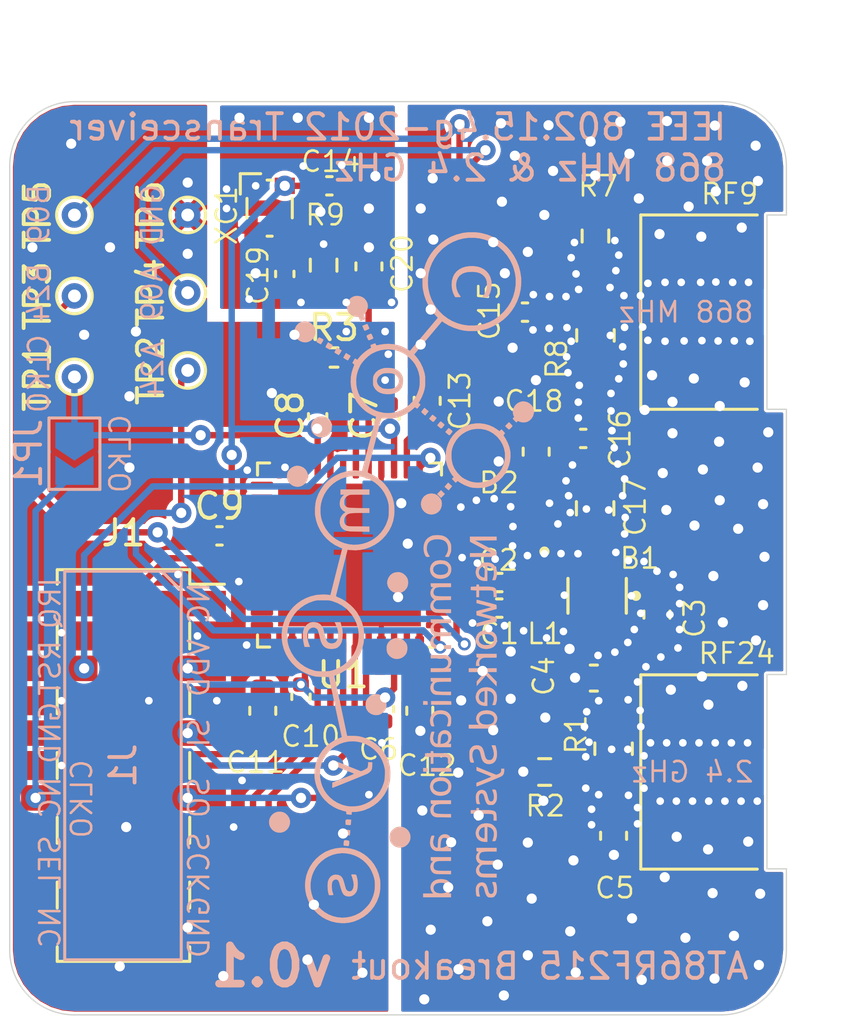
<source format=kicad_pcb>
(kicad_pcb (version 20171130) (host pcbnew "(v20200917-1794-ga4a8cf064b)")
  (layers (0 F.Cu signal) (31 B.Cu signal) (34 B.Paste user) (35 F.Paste user) (36 B.SilkS user) (37 F.SilkS user) (38 B.Mask user) (39 F.Mask user) (44 Edge.Cuts user))
  (net 0 "")
  (net 1 GND)
  (net 2 VDD)
  (net 3 /MOSI)
  (net 4 /MISO)
  (net 5 /SCLK)
  (net 6 /SEL)
  (net 7 /RST)
  (net 8 /IRQ)
  (net 9 /DVDD)
  (net 10 GNDA)
  (net 11 /Balun_GND)
  (net 12 GND2)
  (net 13 /ANT24'')
  (net 14 /RFN24')
  (net 15 /RFP24')
  (net 16 /ANT09'')
  (net 17 /RFP09)
  (net 18 /RFN09)
  (net 19 /RFP24)
  (net 20 /RFN24)
  (net 21 /ANT24')
  (net 22 /ANT24)
  (net 23 /AVDD1)
  (net 24 /AVDD0)
  (net 25 /ANT09)
  (net 26 /ANT09')
  (net 27 /TCXO)
  (net 28 "Net-(R3-Pad2)")
  (net 29 /TCXO')
  (net 30 "Net-(B1-Pad6)")
  (net 31 "Net-(J1-Pad1)")
  (net 32 "Net-(J1-Pad12)")
  (net 33 "Net-(U1-Pad25)")
  (net 34 "Net-(U1-Pad26)")
  (net 35 "Net-(U1-Pad27)")
  (net 36 "Net-(U1-Pad28)")
  (net 37 "Net-(U1-Pad30)")
  (net 38 "Net-(U1-Pad31)")
  (net 39 "Net-(U1-Pad33)")
  (net 40 "Net-(U1-Pad34)")
  (net 41 "Net-(U1-Pad35)")
  (net 42 "Net-(U1-Pad36)")
  (net 43 /CLKO)
  (net 44 /FEA24)
  (net 45 /FEB24)
  (net 46 /FEA09)
  (net 47 /FEB09)
  (net 48 /CLKO')
  (module local:ComSys-Logo-Big (layer B.Cu) (at 28.067 31.369 270)
    (fp_text reference G*** hide)
    (fp_text value LOGO hide)
  )
  (module local:TXC_7Z26001013 (layer F.Cu) (at 22.9 16.877 270)
    (fp_text reference XC1 (at 0.2934 1.691 270) (layer F.SilkS) (effects (font (size 0.8 0.8) (thickness 0.1))))
    (fp_text value TXC_7Z26001013)
    (pad 4 smd rect (at -0.875 -0.595 270) (size 0.64 0.79) (layers F.Cu F.Paste F.Mask) (net 2 VDD))
    (pad 3 smd rect (at 0.875 -0.595 270) (size 0.64 0.79) (layers F.Cu F.Paste F.Mask) (net 29 /TCXO'))
    (pad 1 smd rect (at -0.875 0.595 270) (size 0.64 0.79) (layers F.Cu F.Paste F.Mask) (net 12 GND2))
    (pad 2 smd rect (at 0.875 0.595 270) (size 0.64 0.79) (layers F.Cu F.Paste F.Mask) (net 12 GND2))
  )
  (module local:R0 (layer B.Cu) (at 22.86 21.209 270)
    (fp_text reference R4 hide)
    (fp_text value "0 Ω" hide)
    (fp_line (start -0.762 0) (end 0.762 0) (layer B.Cu) (width 0.5))
    (pad 2 smd rect (at 1.27 0 270) (size 1 1) (layers B.Cu) (net 1 GND))
    (pad 1 smd rect (at -1.27 0 270) (size 1 1) (layers B.Cu) (net 12 GND2))
  )
  (module local:R0 (layer B.Cu) (at 26.1874 30.0228 180)
    (fp_text reference R5 hide)
    (fp_text value "0 Ω" hide)
    (fp_line (start -0.762 0) (end 0.762 0) (layer B.Cu) (width 0.5))
    (pad 2 smd rect (at 1.27 0 180) (size 1 1) (layers B.Cu) (net 1 GND))
    (pad 1 smd rect (at -1.27 0 180) (size 1 1) (layers B.Cu) (net 10 GNDA))
  )
  (module local:Connector-SMA (layer F.Cu) (at 40.005 20.955 270)
    (fp_text reference RF9)
    (fp_text value Antenna hide)
    (fp_text user %R (at -4.6355 0.2413 180) (layer F.SilkS) (effects (font (size 0.8 0.8) (thickness 0.1)) (justify left)))
    (pad 2 smd rect (at 2.54 0 270) (size 1.524 4.064) (layers B.Cu B.Paste B.Mask) (net 10 GNDA))
    (pad 2 smd rect (at -2.54 0 270) (size 1.524 4.064) (layers B.Cu B.Paste B.Mask) (net 10 GNDA))
    (pad 2 smd rect (at 2.54 0 270) (size 1.524 4.064) (layers F.Cu F.Paste F.Mask) (net 10 GNDA))
    (pad 2 smd rect (at -2.54 0 270) (size 1.524 4.064) (layers F.Cu F.Paste F.Mask) (net 10 GNDA))
    (pad 1 smd rect (at 0 0 270) (size 1.524 4.064) (layers F.Cu F.Paste F.Mask) (net 25 /ANT09))
  )
  (module Capacitor_SMD:C_0402_1005Metric (layer F.Cu) (at 31.9125 32.5628 180)
    (fp_text reference C1 (at -0.0026 -1.0033) (layer F.SilkS) (effects (font (size 0.8 0.8) (thickness 0.1))))
    (fp_text value "1.8 pF" hide)
    (pad 1 smd roundrect (at -0.48 0 180) (size 0.56 0.62) (layers F.Cu F.Paste F.Mask) (net 15 /RFP24'))
    (pad 2 smd roundrect (at 0.48 0 180) (size 0.56 0.62) (layers F.Cu F.Paste F.Mask) (net 19 /RFP24))
  )
  (module Capacitor_SMD:C_0402_1005Metric (layer F.Cu) (at 31.9125 31.5595 180)
    (fp_text reference C2 (at 0.0355 0.8763 180) (layer F.SilkS) (effects (font (size 0.8 0.8) (thickness 0.1))))
    (fp_text value "1.8 pF" hide)
    (pad 2 smd roundrect (at 0.48 0 180) (size 0.56 0.62) (layers F.Cu F.Paste F.Mask) (net 20 /RFN24))
    (pad 1 smd roundrect (at -0.48 0 180) (size 0.56 0.62) (layers F.Cu F.Paste F.Mask) (net 14 /RFN24'))
  )
  (module Capacitor_SMD:C_0603_1608Metric (layer F.Cu) (at 38.1 32.8171 90)
    (fp_text reference C3 (at -0.1394 1.4732 90) (layer F.SilkS) (effects (font (size 0.8 0.8) (thickness 0.1))))
    (fp_text value "0.8 pF")
    (pad 2 smd roundrect (at 0.775 0 90) (size 0.9 0.95) (layers F.Cu F.Paste F.Mask) (net 13 /ANT24''))
    (pad 1 smd roundrect (at -0.775 0 90) (size 0.9 0.95) (layers F.Cu F.Paste F.Mask) (net 21 /ANT24'))
  )
  (module Capacitor_SMD:C_0603_1608Metric (layer F.Cu) (at 35.6232 35.306 180)
    (fp_text reference C4 (at 1.9682 0.0762 90) (layer F.SilkS) (effects (font (size 0.8 0.8) (thickness 0.1))))
    (fp_text value "1.2 pF")
    (pad 1 smd roundrect (at -0.775 0 180) (size 0.9 0.95) (layers F.Cu F.Paste F.Mask) (net 21 /ANT24'))
    (pad 2 smd roundrect (at 0.775 0 180) (size 0.9 0.95) (layers F.Cu F.Paste F.Mask) (net 10 GNDA))
  )
  (module Capacitor_SMD:C_0603_1608Metric (layer F.Cu) (at 36.3982 41.4912 270)
    (fp_text reference C5 (at 2.0444 -0.0508 180) (layer F.SilkS) (effects (font (size 0.8 0.8) (thickness 0.1))))
    (fp_text value "1.2 pF")
    (pad 2 smd roundrect (at 0.775 0 270) (size 0.9 0.95) (layers F.Cu F.Paste F.Mask) (net 10 GNDA))
    (pad 1 smd roundrect (at -0.775 0 270) (size 0.9 0.95) (layers F.Cu F.Paste F.Mask) (net 22 /ANT24))
  )
  (module Capacitor_SMD:C_0402_1005Metric (layer F.Cu) (at 27.4066 36.5226 90)
    (fp_text reference C6 (at -1.5774 -0.2286) (layer F.SilkS) (effects (font (size 0.8 0.8) (thickness 0.1))))
    (fp_text value "100 nF")
    (pad 1 smd roundrect (at -0.48 0 90) (size 0.56 0.62) (layers F.Cu F.Paste F.Mask) (net 1 GND))
    (pad 2 smd roundrect (at 0.48 0 90) (size 0.56 0.62) (layers F.Cu F.Paste F.Mask) (net 2 VDD))
  )
  (module Capacitor_SMD:C_0402_1005Metric (layer F.Cu) (at 27.6225 25.047 270)
    (fp_text reference C7 (at -0.028 1.016 90) (layer F.SilkS))
    (fp_text value "100 nF")
    (pad 2 smd roundrect (at 0.48 0 270) (size 0.56 0.62) (layers F.Cu F.Paste F.Mask) (net 2 VDD))
    (pad 1 smd roundrect (at -0.48 0 270) (size 0.56 0.62) (layers F.Cu F.Paste F.Mask) (net 1 GND))
  )
  (module Capacitor_SMD:C_0402_1005Metric (layer F.Cu) (at 24.785 25.0418 270)
    (fp_text reference C8 (at -0.028 1.0795 270) (layer F.SilkS))
    (fp_text value "100 nF")
    (pad 1 smd roundrect (at -0.48 0 270) (size 0.56 0.62) (layers F.Cu F.Paste F.Mask) (net 1 GND))
    (pad 2 smd roundrect (at 0.48 0 270) (size 0.56 0.62) (layers F.Cu F.Paste F.Mask) (net 2 VDD))
  )
  (module Capacitor_SMD:C_0402_1005Metric (layer F.Cu) (at 20.9322 29.73)
    (fp_text reference C9 (at 0 -1.16) (layer F.SilkS))
    (fp_text value "100 nF")
    (pad 2 smd roundrect (at 0.48 0) (size 0.56 0.62) (layers F.Cu F.Paste F.Mask) (net 2 VDD))
    (pad 1 smd roundrect (at -0.48 0) (size 0.56 0.62) (layers F.Cu F.Paste F.Mask) (net 1 GND))
  )
  (module Capacitor_SMD:C_0402_1005Metric (layer F.Cu) (at 24.13 36.04 90)
    (fp_text reference C10 (at -1.552 0.381) (layer F.SilkS) (effects (font (size 0.8 0.8) (thickness 0.1))))
    (fp_text value "100 nF" hide)
    (pad 1 smd roundrect (at -0.48 0 90) (size 0.56 0.62) (layers F.Cu F.Paste F.Mask) (net 1 GND))
    (pad 2 smd roundrect (at 0.48 0 90) (size 0.56 0.62) (layers F.Cu F.Paste F.Mask) (net 2 VDD))
  )
  (module Capacitor_SMD:C_0603_1608Metric (layer F.Cu) (at 22.6314 36.589 90)
    (fp_text reference C11 (at -2.019 -0.2794 180) (layer F.SilkS) (effects (font (size 0.8 0.8) (thickness 0.1))))
    (fp_text value "1 µF" hide)
    (pad 2 smd roundrect (at 0.775 0 90) (size 0.9 0.95) (layers F.Cu F.Paste F.Mask) (net 9 /DVDD))
    (pad 1 smd roundrect (at -0.775 0 90) (size 0.9 0.95) (layers F.Cu F.Paste F.Mask) (net 1 GND))
  )
  (module Capacitor_SMD:C_0603_1608Metric (layer F.Cu) (at 28.793 36.589 90)
    (fp_text reference C12 (at -2.146 0.29 180) (layer F.SilkS) (effects (font (size 0.8 0.8) (thickness 0.1))))
    (fp_text value "1 µF")
    (pad 1 smd roundrect (at -0.775 0 90) (size 0.9 0.95) (layers F.Cu F.Paste F.Mask) (net 10 GNDA))
    (pad 2 smd roundrect (at 0.775 0 90) (size 0.9 0.95) (layers F.Cu F.Paste F.Mask) (net 23 /AVDD1))
  )
  (module Capacitor_SMD:C_0603_1608Metric (layer F.Cu) (at 29.083 24.4345 270)
    (fp_text reference C13 (at 0.0003 -1.2827 90) (layer F.SilkS) (effects (font (size 0.8 0.8) (thickness 0.1))))
    (fp_text value "1 µF")
    (pad 1 smd roundrect (at -0.775 0 270) (size 0.9 0.95) (layers F.Cu F.Paste F.Mask) (net 10 GNDA))
    (pad 2 smd roundrect (at 0.775 0 270) (size 0.9 0.95) (layers F.Cu F.Paste F.Mask) (net 24 /AVDD0))
  )
  (module Capacitor_SMD:C_0402_1005Metric (layer F.Cu) (at 25.245 16.002)
    (fp_text reference C14 (at 0.0534 -0.9525) (layer F.SilkS) (effects (font (size 0.8 0.8) (thickness 0.1))))
    (fp_text value "100 nF")
    (pad 2 smd roundrect (at 0.48 0) (size 0.56 0.62) (layers F.Cu F.Paste F.Mask) (net 12 GND2))
    (pad 1 smd roundrect (at -0.48 0) (size 0.56 0.62) (layers F.Cu F.Paste F.Mask) (net 2 VDD))
  )
  (module Capacitor_SMD:C_0402_1005Metric (layer F.Cu) (at 32.921 20.955 180)
    (fp_text reference C15 (at 1.3996 0.0508 90) (layer F.SilkS) (effects (font (size 0.8 0.8) (thickness 0.1))))
    (fp_text value "2.2 pF")
    (pad 1 smd roundrect (at -0.48 0 180) (size 0.56 0.62) (layers F.Cu F.Paste F.Mask) (net 25 /ANT09))
    (pad 2 smd roundrect (at 0.48 0 180) (size 0.56 0.62) (layers F.Cu F.Paste F.Mask) (net 10 GNDA))
  )
  (module Capacitor_SMD:C_0402_1005Metric (layer F.Cu) (at 35.207 25.908 180)
    (fp_text reference C16 (at -1.4452 -0.0254 90) (layer F.SilkS) (effects (font (size 0.8 0.8) (thickness 0.1))))
    (fp_text value "2.2 pF")
    (pad 1 smd roundrect (at -0.48 0 180) (size 0.56 0.62) (layers F.Cu F.Paste F.Mask) (net 26 /ANT09'))
    (pad 2 smd roundrect (at 0.48 0 180) (size 0.56 0.62) (layers F.Cu F.Paste F.Mask) (net 10 GNDA))
  )
  (module Capacitor_SMD:C_0805_2012Metric (layer F.Cu) (at 35.6743 28.6487 90)
    (fp_text reference C17 (at 0.061 1.5748 270) (layer F.SilkS) (effects (font (size 0.8 0.8) (thickness 0.1))))
    (fp_text value "15 pF")
    (pad 1 smd roundrect (at -0.95 0 90) (size 1 1.45) (layers F.Cu F.Paste F.Mask) (net 16 /ANT09''))
    (pad 2 smd roundrect (at 0.95 0 90) (size 1 1.45) (layers F.Cu F.Paste F.Mask) (net 26 /ANT09'))
  )
  (module Capacitor_SMD:C_0603_1608Metric (layer F.Cu) (at 33.36 26.4284 90)
    (fp_text reference C18 (at 1.9809 -0.086 180) (layer F.SilkS) (effects (font (size 0.8 0.8) (thickness 0.1))))
    (fp_text value "8.2 pF")
    (pad 2 smd roundrect (at 0.775 0 90) (size 0.9 0.95) (layers F.Cu F.Paste F.Mask) (net 10 GNDA))
    (pad 1 smd roundrect (at -0.775 0 90) (size 0.9 0.95) (layers F.Cu F.Paste F.Mask) (net 11 /Balun_GND))
  )
  (module Capacitor_SMD:C_0402_1005Metric (layer F.Cu) (at 23.495 19.459 90)
    (fp_text reference C19 (at -0.0609 -1.0541 90) (layer F.SilkS) (effects (font (size 0.8 0.8) (thickness 0.1))))
    (fp_text value "1 nF" hide)
    (pad 2 smd roundrect (at 0.48 0 90) (size 0.56 0.62) (layers F.Cu F.Paste F.Mask) (net 29 /TCXO'))
    (pad 1 smd roundrect (at -0.48 0 90) (size 0.56 0.62) (layers F.Cu F.Paste F.Mask) (net 27 /TCXO))
  )
  (module Capacitor_SMD:C_0603_1608Metric (layer F.Cu) (at 26.797 19.164 90)
    (fp_text reference C20 (at 0.114 1.3081 270) (layer F.SilkS) (effects (font (size 0.8 0.8) (thickness 0.1))))
    (fp_text value "10 pF")
    (pad 1 smd roundrect (at -0.775 0 90) (size 0.9 0.95) (layers F.Cu F.Paste F.Mask) (net 27 /TCXO))
    (pad 2 smd roundrect (at 0.775 0 90) (size 0.9 0.95) (layers F.Cu F.Paste F.Mask) (net 12 GND2))
  )
  (module Resistor_SMD:R_0805_2012Metric (layer F.Cu) (at 36.3982 38.0765 270)
    (fp_text reference R1 (at -0.5607 1.4732 270) (layer F.SilkS) (effects (font (size 0.8 0.8) (thickness 0.1))))
    (fp_text value "0 Ω")
    (pad 1 smd roundrect (at -0.9125 0 270) (size 1.025 1.4) (layers F.Cu F.Paste F.Mask) (roundrect_rratio 0.243902) (net 21 /ANT24'))
    (pad 2 smd roundrect (at 0.9125 0 270) (size 1.025 1.4) (layers F.Cu F.Paste F.Mask) (roundrect_rratio 0.243902) (net 22 /ANT24))
  )
  (module Resistor_SMD:R_0603_1608Metric (layer F.Cu) (at 33.6936 38.989 180)
    (fp_text reference R2 (at -0.0249 -1.3335) (layer F.SilkS) (effects (font (size 0.8 0.8) (thickness 0.1))))
    (fp_text value "10 kΩ")
    (pad 1 smd roundrect (at -0.825 0 180) (size 0.8 0.95) (layers F.Cu F.Paste F.Mask) (net 22 /ANT24))
    (pad 2 smd roundrect (at 0.825 0 180) (size 0.8 0.95) (layers F.Cu F.Paste F.Mask) (net 10 GNDA))
  )
  (module Resistor_SMD:R_0402_1005Metric (layer F.Cu) (at 25.4274 22.733)
    (fp_text reference R3 (at 0 -1.17) (layer F.SilkS))
    (fp_text value "100 kΩ")
    (pad 1 smd roundrect (at -0.51 0) (size 0.54 0.64) (layers F.Cu F.Paste F.Mask) (net 1 GND))
    (pad 2 smd roundrect (at 0.51 0) (size 0.54 0.64) (layers F.Cu F.Paste F.Mask) (net 28 "Net-(R3-Pad2)"))
  )
  (module Resistor_SMD:R_0603_1608Metric (layer F.Cu) (at 35.687 17.971 90)
    (fp_text reference R7 (at 1.9563 0.1016 180) (layer F.SilkS) (effects (font (size 0.8 0.8) (thickness 0.1))))
    (fp_text value "10 kΩ")
    (pad 1 smd roundrect (at -0.825 0 90) (size 0.8 0.95) (layers F.Cu F.Paste F.Mask) (net 25 /ANT09))
    (pad 2 smd roundrect (at 0.825 0 90) (size 0.8 0.95) (layers F.Cu F.Paste F.Mask) (net 10 GNDA))
  )
  (module Resistor_SMD:R_0805_2012Metric (layer F.Cu) (at 35.687 21.8675 90)
    (fp_text reference R8 (at -0.929 -1.524 270) (layer F.SilkS) (effects (font (size 0.8 0.8) (thickness 0.1))))
    (fp_text value "0 Ω")
    (pad 2 smd roundrect (at 0.9125 0 90) (size 1.025 1.4) (layers F.Cu F.Paste F.Mask) (roundrect_rratio 0.243902) (net 25 /ANT09))
    (pad 1 smd roundrect (at -0.9125 0 90) (size 1.025 1.4) (layers F.Cu F.Paste F.Mask) (roundrect_rratio 0.243902) (net 26 /ANT09'))
  )
  (module Resistor_SMD:R_0603_1608Metric (layer F.Cu) (at 25.019 19.114 90)
    (fp_text reference R9 (at 1.969 0.0635 180) (layer F.SilkS) (effects (font (size 0.8 0.8) (thickness 0.1))))
    (fp_text value "10 kΩ")
    (pad 2 smd roundrect (at 0.825 0 90) (size 0.8 0.95) (layers F.Cu F.Paste F.Mask) (net 12 GND2))
    (pad 1 smd roundrect (at -0.825 0 90) (size 0.8 0.95) (layers F.Cu F.Paste F.Mask) (net 27 /TCXO))
  )
  (module local:Connector-SMA (layer F.Cu) (at 40.005 38.989 270)
    (fp_text reference RF24)
    (fp_text value Antenna hide)
    (fp_text user %R (at -4.6482 0.3429 180) (layer F.SilkS) (effects (font (size 0.8 0.8) (thickness 0.1)) (justify left)))
    (pad 1 smd rect (at 0 0 270) (size 1.524 4.064) (layers F.Cu F.Paste F.Mask) (net 22 /ANT24))
    (pad 2 smd rect (at -2.54 0 270) (size 1.524 4.064) (layers F.Cu F.Paste F.Mask) (net 10 GNDA))
    (pad 2 smd rect (at 2.54 0 270) (size 1.524 4.064) (layers F.Cu F.Paste F.Mask) (net 10 GNDA))
    (pad 2 smd rect (at -2.54 0 270) (size 1.524 4.064) (layers B.Cu B.Paste B.Mask) (net 10 GNDA))
    (pad 2 smd rect (at 2.54 0 270) (size 1.524 4.064) (layers B.Cu B.Paste B.Mask) (net 10 GNDA))
  )
  (module Inductor_SMD:L_0402_1005Metric (layer F.Cu) (at 33.655 32.0699 90)
    (fp_text reference L1 (at -1.4962 0.0508 180) (layer F.SilkS) (effects (font (size 0.8 0.8) (thickness 0.1))))
    (fp_text value "5.6 nH" hide)
    (pad 1 smd roundrect (at -0.485 0 90) (size 0.59 0.64) (layers F.Cu F.Paste F.Mask) (net 15 /RFP24'))
    (pad 2 smd roundrect (at 0.485 0 90) (size 0.59 0.64) (layers F.Cu F.Paste F.Mask) (net 14 /RFN24'))
  )
  (module Package_DFN_QFN:QFN-48-1EP_7x7mm_P0.5mm_EP5.6x5.6mm (layer F.Cu) (at 26.035 30.48 180)
    (fp_text reference U1 (at 0.254 -4.699 180) (layer F.SilkS))
    (fp_text value AT86RF215-ZU)
    (pad 1 smd roundrect (at -3.4375 -2.75 180) (size 0.875 0.25) (layers F.Cu F.Paste F.Mask) (net 44 /FEA24))
    (pad 2 smd roundrect (at -3.4375 -2.25 180) (size 0.875 0.25) (layers F.Cu F.Paste F.Mask) (net 45 /FEB24))
    (pad 3 smd roundrect (at -3.4375 -1.75 180) (size 0.875 0.25) (layers F.Cu F.Paste F.Mask) (net 10 GNDA))
    (pad 4 smd roundrect (at -3.4375 -1.25 180) (size 0.875 0.25) (layers F.Cu F.Paste F.Mask) (net 19 /RFP24))
    (pad 5 smd roundrect (at -3.4375 -0.75 180) (size 0.875 0.25) (layers F.Cu F.Paste F.Mask) (net 20 /RFN24))
    (pad 6 smd roundrect (at -3.4375 -0.25 180) (size 0.875 0.25) (layers F.Cu F.Paste F.Mask) (net 10 GNDA))
    (pad 7 smd roundrect (at -3.4375 0.25 180) (size 0.875 0.25) (layers F.Cu F.Paste F.Mask) (net 10 GNDA))
    (pad 8 smd roundrect (at -3.4375 0.75 180) (size 0.875 0.25) (layers F.Cu F.Paste F.Mask) (net 17 /RFP09))
    (pad 9 smd roundrect (at -3.4375 1.25 180) (size 0.875 0.25) (layers F.Cu F.Paste F.Mask) (net 18 /RFN09))
    (pad 10 smd roundrect (at -3.4375 1.75 180) (size 0.875 0.25) (layers F.Cu F.Paste F.Mask) (net 10 GNDA))
    (pad 11 smd roundrect (at -3.4375 2.25 180) (size 0.875 0.25) (layers F.Cu F.Paste F.Mask) (net 46 /FEA09))
    (pad 12 smd roundrect (at -3.4375 2.75 180) (size 0.875 0.25) (layers F.Cu F.Paste F.Mask) (net 47 /FEB09))
    (pad 13 smd roundrect (at -2.75 3.4375 180) (size 0.25 0.875) (layers F.Cu F.Paste F.Mask) (net 7 /RST))
    (pad 14 smd roundrect (at -2.25 3.4375 180) (size 0.25 0.875) (layers F.Cu F.Paste F.Mask) (net 24 /AVDD0))
    (pad 15 smd roundrect (at -1.75 3.4375 180) (size 0.25 0.875) (layers F.Cu F.Paste F.Mask) (net 2 VDD))
    (pad 16 smd roundrect (at -1.25 3.4375 180) (size 0.25 0.875) (layers F.Cu F.Paste F.Mask) (net 10 GNDA))
    (pad 17 smd roundrect (at -0.75 3.4375 180) (size 0.25 0.875) (layers F.Cu F.Paste F.Mask) (net 27 /TCXO))
    (pad 18 smd roundrect (at -0.25 3.4375 180) (size 0.25 0.875) (layers F.Cu F.Paste F.Mask) (net 28 "Net-(R3-Pad2)"))
    (pad 19 smd roundrect (at 0.25 3.4375 180) (size 0.25 0.875) (layers F.Cu F.Paste F.Mask) (net 10 GNDA))
    (pad 20 smd roundrect (at 0.75 3.4375 180) (size 0.25 0.875) (layers F.Cu F.Paste F.Mask) (net 1 GND))
    (pad 21 smd roundrect (at 1.25 3.4375 180) (size 0.25 0.875) (layers F.Cu F.Paste F.Mask) (net 2 VDD))
    (pad 22 smd roundrect (at 1.75 3.4375 180) (size 0.25 0.875) (layers F.Cu F.Paste F.Mask) (net 43 /CLKO))
    (pad 23 smd roundrect (at 2.25 3.4375 180) (size 0.25 0.875) (layers F.Cu F.Paste F.Mask) (net 1 GND))
    (pad 24 smd roundrect (at 2.75 3.4375 180) (size 0.25 0.875) (layers F.Cu F.Paste F.Mask) (net 1 GND))
    (pad 25 smd roundrect (at 3.4375 2.75 180) (size 0.875 0.25) (layers F.Cu F.Paste F.Mask) (net 33 "Net-(U1-Pad25)"))
    (pad 26 smd roundrect (at 3.4375 2.25 180) (size 0.875 0.25) (layers F.Cu F.Paste F.Mask) (net 34 "Net-(U1-Pad26)"))
    (pad 27 smd roundrect (at 3.4375 1.75 180) (size 0.875 0.25) (layers F.Cu F.Paste F.Mask) (net 35 "Net-(U1-Pad27)"))
    (pad 28 smd roundrect (at 3.4375 1.25 180) (size 0.875 0.25) (layers F.Cu F.Paste F.Mask) (net 36 "Net-(U1-Pad28)"))
    (pad 29 smd roundrect (at 3.4375 0.75 180) (size 0.875 0.25) (layers F.Cu F.Paste F.Mask) (net 2 VDD))
    (pad 30 smd roundrect (at 3.4375 0.25 180) (size 0.875 0.25) (layers F.Cu F.Paste F.Mask) (net 37 "Net-(U1-Pad30)"))
    (pad 31 smd roundrect (at 3.4375 -0.25 180) (size 0.875 0.25) (layers F.Cu F.Paste F.Mask) (net 38 "Net-(U1-Pad31)"))
    (pad 32 smd roundrect (at 3.4375 -0.75 180) (size 0.875 0.25) (layers F.Cu F.Paste F.Mask) (net 1 GND))
    (pad 33 smd roundrect (at 3.4375 -1.25 180) (size 0.875 0.25) (layers F.Cu F.Paste F.Mask) (net 39 "Net-(U1-Pad33)"))
    (pad 34 smd roundrect (at 3.4375 -1.75 180) (size 0.875 0.25) (layers F.Cu F.Paste F.Mask) (net 40 "Net-(U1-Pad34)"))
    (pad 35 smd roundrect (at 3.4375 -2.25 180) (size 0.875 0.25) (layers F.Cu F.Paste F.Mask) (net 41 "Net-(U1-Pad35)"))
    (pad 36 smd roundrect (at 3.4375 -2.75 180) (size 0.875 0.25) (layers F.Cu F.Paste F.Mask) (net 42 "Net-(U1-Pad36)"))
    (pad 37 smd roundrect (at 2.75 -3.4375 180) (size 0.25 0.875) (layers F.Cu F.Paste F.Mask) (net 9 /DVDD))
    (pad 38 smd roundrect (at 2.25 -3.4375 180) (size 0.25 0.875) (layers F.Cu F.Paste F.Mask) (net 1 GND))
    (pad 39 smd roundrect (at 1.75 -3.4375 180) (size 0.25 0.875) (layers F.Cu F.Paste F.Mask) (net 2 VDD))
    (pad 40 smd roundrect (at 1.25 -3.4375 180) (size 0.25 0.875) (layers F.Cu F.Paste F.Mask) (net 8 /IRQ))
    (pad 41 smd roundrect (at 0.75 -3.4375 180) (size 0.25 0.875) (layers F.Cu F.Paste F.Mask) (net 5 /SCLK))
    (pad 42 smd roundrect (at 0.25 -3.4375 180) (size 0.25 0.875) (layers F.Cu F.Paste F.Mask) (net 6 /SEL))
    (pad 43 smd roundrect (at -0.25 -3.4375 180) (size 0.25 0.875) (layers F.Cu F.Paste F.Mask) (net 3 /MOSI))
    (pad 44 smd roundrect (at -0.75 -3.4375 180) (size 0.25 0.875) (layers F.Cu F.Paste F.Mask) (net 4 /MISO))
    (pad 45 smd roundrect (at -1.25 -3.4375 180) (size 0.25 0.875) (layers F.Cu F.Paste F.Mask) (net 10 GNDA))
    (pad 46 smd roundrect (at -1.75 -3.4375 180) (size 0.25 0.875) (layers F.Cu F.Paste F.Mask) (net 2 VDD))
    (pad 47 smd roundrect (at -2.25 -3.4375 180) (size 0.25 0.875) (layers F.Cu F.Paste F.Mask) (net 23 /AVDD1))
    (pad 48 smd roundrect (at -2.75 -3.4375 180) (size 0.25 0.875) (layers F.Cu F.Paste F.Mask) (net 10 GNDA))
    (pad 49 smd rect (at 0 0 180) (size 5.6 5.6) (layers F.Cu F.Mask) (net 10 GNDA))
  )
  (module Connector_PinSocket_2.54mm:PinSocket_2x06_P2.54mm_Vertical_SMD (layer F.Cu) (at 17.165 38.735)
    (fp_text reference J1 (at 0 -9.12) (layer F.SilkS))
    (fp_text value "RPi Header")
    (pad 1 smd rect (at 2.52 -6.35) (size 3 1) (layers F.Cu F.Paste F.Mask) (net 31 "Net-(J1-Pad1)"))
    (pad 2 smd rect (at -2.52 -6.35) (size 3 1) (layers F.Cu F.Paste F.Mask) (net 8 /IRQ))
    (pad 3 smd rect (at 2.52 -3.81) (size 3 1) (layers F.Cu F.Paste F.Mask) (net 2 VDD))
    (pad 4 smd rect (at -2.52 -3.81) (size 3 1) (layers F.Cu F.Paste F.Mask) (net 7 /RST))
    (pad 5 smd rect (at 2.52 -1.27) (size 3 1) (layers F.Cu F.Paste F.Mask) (net 3 /MOSI))
    (pad 6 smd rect (at -2.52 -1.27) (size 3 1) (layers F.Cu F.Paste F.Mask) (net 1 GND))
    (pad 7 smd rect (at 2.52 1.27) (size 3 1) (layers F.Cu F.Paste F.Mask) (net 4 /MISO))
    (pad 8 smd rect (at -2.52 1.27) (size 3 1) (layers F.Cu F.Paste F.Mask) (net 48 /CLKO'))
    (pad 9 smd rect (at 2.52 3.81) (size 3 1) (layers F.Cu F.Paste F.Mask) (net 5 /SCLK))
    (pad 10 smd rect (at -2.52 3.81) (size 3 1) (layers F.Cu F.Paste F.Mask) (net 6 /SEL))
    (pad 11 smd rect (at 2.52 6.35) (size 3 1) (layers F.Cu F.Paste F.Mask) (net 1 GND))
    (pad 12 smd rect (at -2.52 6.35) (size 3 1) (layers F.Cu F.Paste F.Mask) (net 32 "Net-(J1-Pad12)"))
  )
  (module local:2450FB15A050 (layer F.Cu) (at 35.7528 32.0801)
    (fp_text reference B1 (at 1.67156 -1.4731) (layer F.SilkS) (effects (font (size 0.8 0.8) (thickness 0.1))))
    (fp_text value "Balun 2.4 GHz")
    (pad 2 smd rect (at 0 -0.8 270) (size 1 0.35) (layers F.Cu F.Paste F.Mask) (net 10 GNDA))
    (pad 1 smd rect (at 0.65 -0.8 270) (size 1 0.35) (layers F.Cu F.Paste F.Mask) (net 13 /ANT24''))
    (pad 3 smd rect (at -0.65 -0.8 270) (size 1 0.35) (layers F.Cu F.Paste F.Mask) (net 14 /RFN24'))
    (pad 4 smd rect (at -0.65 0.8 270) (size 1 0.35) (layers F.Cu F.Paste F.Mask) (net 15 /RFP24'))
    (pad 5 smd rect (at 0 0.8 270) (size 1 0.35) (layers F.Cu F.Paste F.Mask) (net 10 GNDA))
    (pad 6 smd rect (at 0.65 0.8 270) (size 1 0.35) (layers F.Cu F.Paste F.Mask) (net 30 "Net-(B1-Pad6)"))
  )
  (module local:DLW21SN900SQ2L (layer F.Cu) (at 32.385 29.445)
    (fp_text reference B2 (at -1.3335 -1.7971 180) (layer F.SilkS) (effects (font (size 0.8 0.8) (thickness 0.1)) (justify left)))
    (fp_text value "Balun 868 MHz" hide)
    (pad 1 smd rect (at 0.85 0.425 180) (size 0.9 0.35) (layers F.Cu F.Paste F.Mask) (net 16 /ANT09''))
    (pad 2 smd rect (at 0.85 -0.425 180) (size 0.9 0.35) (layers F.Cu F.Paste F.Mask) (net 11 /Balun_GND))
    (pad 4 smd rect (at -0.85 0.425 180) (size 0.9 0.35) (layers F.Cu F.Paste F.Mask) (net 17 /RFP09))
    (pad 3 smd rect (at -0.85 -0.425 180) (size 0.9 0.35) (layers F.Cu F.Paste F.Mask) (net 18 /RFN09))
  )
  (module Jumper:SolderJumper-2_P1.3mm_Open_TrianglePad1.0x1.5mm (layer B.Cu) (at 15.24 26.506 270)
    (fp_text reference JP1 (at 0 1.8 270) (layer B.SilkS) (effects (justify mirror)))
    (fp_text value "solder jumper" hide)
    (pad 2 smd custom (at 0.725 0 270) (size 0.3 0.3) (layers B.Cu B.Mask) (net 48 /CLKO') (options (clearance outline) (anchor rect)) (primitives (gr_poly (pts (xy -0.65 0.75) (xy 0.5 0.75) (xy 0.5 -0.75) (xy -0.65 -0.75) (xy -0.15 0)) (width 0))))
    (pad 1 smd custom (at -0.725 0 270) (size 0.3 0.3) (layers B.Cu B.Mask) (net 43 /CLKO) (options (clearance outline) (anchor rect)) (primitives (gr_poly (pts (xy -0.5 0.75) (xy 0.5 0.75) (xy 1 0) (xy 0.5 -0.75) (xy -0.5 -0.75)) (width 0))))
  )
  (module TestPoint:TestPoint_THTPad_D1.0mm_Drill0.5mm (layer F.Cu) (at 19.685 23.241 90)
    (fp_text reference TP2 (at 0 -1.448 90) (layer F.SilkS))
    (fp_text value FEA24 hide)
    (pad 1 thru_hole circle (at 0 0 90) (size 1 1) (drill 0.5) (layers *.Cu *.Mask) (net 44 /FEA24))
  )
  (module TestPoint:TestPoint_THTPad_D1.0mm_Drill0.5mm (layer F.Cu) (at 15.24 20.32 90)
    (fp_text reference TP3 (at 0 -1.448 90) (layer F.SilkS))
    (fp_text value FEB24 hide)
    (pad 1 thru_hole circle (at 0 0 90) (size 1 1) (drill 0.5) (layers *.Cu *.Mask) (net 45 /FEB24))
  )
  (module TestPoint:TestPoint_THTPad_D1.0mm_Drill0.5mm (layer F.Cu) (at 19.685 20.193 90)
    (fp_text reference TP4 (at 0 -1.448 90) (layer F.SilkS))
    (fp_text value FEA09 hide)
    (pad 1 thru_hole circle (at 0 0 90) (size 1 1) (drill 0.5) (layers *.Cu *.Mask) (net 46 /FEA09))
  )
  (module TestPoint:TestPoint_THTPad_D1.0mm_Drill0.5mm (layer F.Cu) (at 15.24 17.145 90)
    (fp_text reference TP5 (at 0 -1.448 90) (layer F.SilkS))
    (fp_text value FEB09 hide)
    (pad 1 thru_hole circle (at 0 0 90) (size 1 1) (drill 0.5) (layers *.Cu *.Mask) (net 47 /FEB09))
  )
  (module TestPoint:TestPoint_THTPad_D1.0mm_Drill0.5mm (layer F.Cu) (at 19.685 17.145 90)
    (fp_text reference TP6 (at 0 -1.448 90) (layer F.SilkS))
    (fp_text value GND hide)
    (pad 1 thru_hole circle (at 0 0 90) (size 1 1) (drill 0.5) (layers *.Cu *.Mask) (net 1 GND))
  )
  (module TestPoint:TestPoint_THTPad_D1.0mm_Drill0.5mm (layer F.Cu) (at 15.24 23.495 90)
    (fp_text reference TP1 (at 0 -1.448 90) (layer F.SilkS))
    (fp_text value CLKO hide)
    (pad 1 thru_hole circle (at 0 0 90) (size 1 1) (drill 0.5) (layers *.Cu *.Mask) (net 43 /CLKO))
  )
  (gr_text A24 (at 18.3134 23.2029 90) (layer B.SilkS) (effects (font (size 0.8 0.8) (thickness 0.1)) (justify mirror)))
  (gr_text A09 (at 18.288 20.193 90) (layer B.SilkS) (effects (font (size 0.8 0.8) (thickness 0.1)) (justify mirror)))
  (gr_text GND (at 18.288 17.145 90) (layer B.SilkS) (effects (font (size 0.8 0.8) (thickness 0.1)) (justify mirror)))
  (gr_text CLKO (at 13.843 23.368 90) (layer B.SilkS) (effects (font (size 0.8 0.8) (thickness 0.1)) (justify mirror)))
  (gr_text B24 (at 13.843 20.193 90) (layer B.SilkS) (effects (font (size 0.8 0.8) (thickness 0.1)) (justify mirror)))
  (gr_text B09 (at 13.843 17.1069 90) (layer B.SilkS) (effects (font (size 0.8 0.8) (thickness 0.1)) (justify mirror)))
  (gr_text CLKO (at 17.0434 26.5049 90) (layer B.SilkS) (effects (font (size 0.8 0.8) (thickness 0.1)) (justify mirror)))
  (gr_text CLKO (at 15.5321 40.0431 90) (layer B.SilkS) (effects (font (size 0.8 0.8) (thickness 0.1)) (justify mirror)))
  (gr_text J1 (at 17.145 38.735 90) (layer B.SilkS) (effects (font (size 1 1)) (justify mirror)))
  (gr_line (start 18.669 31.115) (end 19.431 31.877) (layer B.SilkS) (width 0.12))
  (gr_line (start 14.859 46.355) (end 14.859 31.115) (layer B.SilkS) (width 0.12))
  (gr_line (start 19.431 46.355) (end 14.859 46.355) (layer B.SilkS) (width 0.12))
  (gr_line (start 19.431 31.115) (end 19.431 46.355) (layer B.SilkS) (width 0.12))
  (gr_line (start 14.859 31.115) (end 19.431 31.115) (layer B.SilkS) (width 0.12))
  (gr_text "IEEE 802.15.4g-2012 Transceiver\n868 MHz & 2.4 GHz" (at 40.9067 14.5034) (layer B.SilkS) (effects (font (size 1 1)) (justify left mirror)))
  (gr_text "868 MHz" (at 39.243 20.955) (layer B.SilkS) (effects (font (size 0.8 0.8) (thickness 0.1)) (justify mirror)))
  (gr_text "2.4 GHz" (at 39.497 38.989) (layer B.SilkS) (effects (font (size 0.8 0.8) (thickness 0.1)) (justify mirror)))
  (gr_text "AT86RF215 Breakout" (at 41.783 46.609) (layer B.SilkS) (effects (font (size 1 1)) (justify left mirror)))
  (gr_line (start 12.7 15.24) (end 12.7 45.9613) (layer Edge.Cuts) (width 0.05))
  (gr_line (start 43.18 35.1663) (end 43.18 24.765) (layer Edge.Cuts) (width 0.05))
  (gr_line (start 42.418 35.1663) (end 42.418 42.7863) (layer Edge.Cuts) (width 0.05))
  (gr_line (start 43.18 35.1663) (end 42.418 35.1663) (layer Edge.Cuts) (width 0.05))
  (gr_line (start 40.6273 48.514) (end 15.24 48.514032) (layer Edge.Cuts) (width 0.05))
  (gr_arc (start 40.6273 45.9613) (end 40.6273 48.514) (angle -90) (layer Edge.Cuts) (width 0.05))
  (gr_arc (start 15.24 45.974) (end 12.7 45.9613) (angle -90.28647651) (layer Edge.Cuts) (width 0.05))
  (gr_line (start 43.18 42.7863) (end 43.18 45.9613) (layer Edge.Cuts) (width 0.05))
  (gr_line (start 42.418 42.7863) (end 43.18 42.7863) (layer Edge.Cuts) (width 0.05))
  (gr_text VDD (at 20.1295 34.9123 90) (layer B.SilkS) (effects (font (size 0.8 0.8) (thickness 0.1)) (justify mirror)))
  (gr_text SI (at 20.1295 37.4523 90) (layer B.SilkS) (effects (font (size 0.8 0.8) (thickness 0.1)) (justify mirror)))
  (gr_text SO (at 20.1295 39.9923 90) (layer B.SilkS) (effects (font (size 0.8 0.8) (thickness 0.1)) (justify mirror)))
  (gr_text SCK (at 20.1295 42.5323 90) (layer B.SilkS) (effects (font (size 0.8 0.8) (thickness 0.1)) (justify mirror)))
  (gr_text GND (at 20.1295 45.0723 90) (layer B.SilkS) (effects (font (size 0.8 0.8) (thickness 0.1)) (justify mirror)))
  (gr_text v0.1 (at 22.987 46.609) (layer B.SilkS) (effects (font (size 1.5 1.5) (thickness 0.3)) (justify mirror)))
  (gr_line (start 42.418 24.765) (end 43.18 24.765) (layer Edge.Cuts) (width 0.05))
  (gr_line (start 42.418 17.145) (end 42.418 24.765) (layer Edge.Cuts) (width 0.05))
  (gr_line (start 43.18 17.145) (end 42.418 17.145) (layer Edge.Cuts) (width 0.05))
  (gr_line (start 43.18 15.24) (end 43.18 17.145) (layer Edge.Cuts) (width 0.05))
  (gr_text NC (at 20.1295 32.3723 90) (layer B.SilkS) (effects (font (size 0.8 0.8) (thickness 0.1)) (justify mirror)))
  (gr_text NC (at 14.2875 45.0723 90) (layer B.SilkS) (effects (font (size 0.8 0.8) (thickness 0.1)) (justify mirror)))
  (gr_text SEL (at 14.2875 42.5323 90) (layer B.SilkS) (effects (font (size 0.8 0.8) (thickness 0.1)) (justify mirror)))
  (gr_text NC (at 14.2875 39.9923 90) (layer B.SilkS) (effects (font (size 0.8 0.8) (thickness 0.1)) (justify mirror)))
  (gr_text GND (at 14.2875 37.4523 90) (layer B.SilkS) (effects (font (size 0.8 0.8) (thickness 0.1)) (justify mirror)))
  (gr_text RST (at 14.2875 34.9123 90) (layer B.SilkS) (effects (font (size 0.8 0.8) (thickness 0.1)) (justify mirror)))
  (gr_text IRQ (at 14.2875 32.3723 90) (layer B.SilkS) (effects (font (size 0.8 0.8) (thickness 0.1)) (justify mirror)))
  (gr_line (start 15.24 12.7) (end 40.64 12.7) (layer Edge.Cuts) (width 0.05))
  (gr_arc (start 40.64 15.24) (end 43.18 15.24) (angle -90) (layer Edge.Cuts) (width 0.05))
  (gr_arc (start 15.24 15.24) (end 15.24 12.7) (angle -90) (layer Edge.Cuts) (width 0.05))
  (via (at 22.352 16.002) (size 0.5) (drill 0.3) (layers F.Cu B.Cu) (net 12))
  (via (at 25.019 18.288) (size 0.5) (drill 0.3) (layers F.Cu B.Cu) (net 12))
  (via (at 26.797 18.415) (size 0.8) (drill 0.4) (layers F.Cu B.Cu) (net 12))
  (via (at 19.685 45.085) (size 0.8) (drill 0.4) (layers F.Cu B.Cu) (net 1))
  (segment (start 25.285 26.301) (end 25.654 25.932) (width 0.25) (layer F.Cu) (net 1))
  (segment (start 25.654 25.1208) (end 25.095 24.5618) (width 0.25) (layer F.Cu) (net 1))
  (segment (start 25.095 24.5618) (end 24.785 24.5618) (width 0.25) (layer F.Cu) (net 1))
  (segment (start 25.654 25.932) (end 25.654 25.1208) (width 0.25) (layer F.Cu) (net 1))
  (via (at 26.543 46.863) (size 0.8) (drill 0.4) (layers F.Cu B.Cu) (net 1))
  (via (at 21.082 46.99) (size 0.8) (drill 0.4) (layers F.Cu B.Cu) (net 1))
  (via (at 17.018 46.609) (size 0.8) (drill 0.4) (layers F.Cu B.Cu) (net 1))
  (via (at 22.987 24.13) (size 0.8) (drill 0.4) (layers F.Cu B.Cu) (net 1))
  (via (at 27.559 22.606) (size 0.5) (drill 0.3) (layers F.Cu B.Cu) (net 1))
  (via (at 27.432 23.622) (size 0.5) (drill 0.3) (layers F.Cu B.Cu) (net 1))
  (via (at 27.432 21.717) (size 0.5) (drill 0.3) (layers F.Cu B.Cu) (net 1))
  (via (at 25.908 21.717) (size 0.5) (drill 0.3) (layers F.Cu B.Cu) (net 1))
  (via (at 23.876 21.844) (size 0.8) (drill 0.4) (layers F.Cu B.Cu) (net 1))
  (via (at 24.384 46.355) (size 0.8) (drill 0.4) (layers F.Cu B.Cu) (net 1))
  (via (at 22.0218 27.1526) (size 0.5) (drill 0.3) (layers F.Cu B.Cu) (net 1))
  (segment (start 25.285 27.0425) (end 25.285 26.301) (width 0.25) (layer F.Cu) (net 1))
  (via (at 20.828 36.195) (size 0.5) (drill 0.3) (layers F.Cu B.Cu) (net 1))
  (via (at 18.161 36.195) (size 0.5) (drill 0.3) (layers F.Cu B.Cu) (net 1))
  (via (at 20.066 33.655) (size 0.5) (drill 0.3) (layers F.Cu B.Cu) (net 1))
  (via (at 14.732 33.528) (size 0.5) (drill 0.3) (layers F.Cu B.Cu) (net 1))
  (via (at 14.732 36.195) (size 0.5) (drill 0.3) (layers F.Cu B.Cu) (net 1))
  (via (at 14.732 38.735) (size 0.5) (drill 0.3) (layers F.Cu B.Cu) (net 1))
  (via (at 27.305 37.846) (size 0.5) (drill 0.3) (layers F.Cu B.Cu) (net 1))
  (via (at 26.797 39.878) (size 0.5) (drill 0.3) (layers F.Cu B.Cu) (net 1))
  (via (at 25.781 41.402) (size 0.8) (drill 0.4) (layers F.Cu B.Cu) (net 1))
  (via (at 24.638 44.196) (size 0.8) (drill 0.4) (layers F.Cu B.Cu) (net 1))
  (via (at 17.272 41.148) (size 0.8) (drill 0.4) (layers F.Cu B.Cu) (net 1))
  (via (at 19.304 31.242) (size 0.5) (drill 0.3) (layers F.Cu B.Cu) (net 1))
  (via (at 21.6916 31.5214) (size 0.5) (drill 0.3) (layers F.Cu B.Cu) (net 1))
  (via (at 21.9964 34.0106) (size 0.5) (drill 0.3) (layers F.Cu B.Cu) (net 1))
  (via (at 21.8186 39.3192) (size 0.5) (drill 0.3) (layers F.Cu B.Cu) (net 1))
  (via (at 21.4884 41.148) (size 0.5) (drill 0.3) (layers F.Cu B.Cu) (net 1))
  (via (at 17.399 27.051) (size 0.8) (drill 0.4) (layers F.Cu B.Cu) (net 1))
  (via (at 17.399 24.257) (size 0.8) (drill 0.4) (layers F.Cu B.Cu) (net 1))
  (via (at 17.653 21.717) (size 0.8) (drill 0.4) (layers F.Cu B.Cu) (net 1))
  (via (at 19.685 18.669) (size 0.8) (drill 0.4) (layers F.Cu B.Cu) (net 1))
  (via (at 19.685 15.875) (size 0.8) (drill 0.4) (layers F.Cu B.Cu) (net 1))
  (via (at 16.637 18.415) (size 0.8) (drill 0.4) (layers F.Cu B.Cu) (net 1))
  (via (at 15.113 14.351) (size 0.8) (drill 0.4) (layers F.Cu B.Cu) (net 1))
  (via (at 13.589 18.415) (size 0.8) (drill 0.4) (layers F.Cu B.Cu) (net 1))
  (via (at 15.621 21.844) (size 0.8) (drill 0.4) (layers F.Cu B.Cu) (net 1))
  (segment (start 23.785 27.0425) (end 23.5035 27.0425) (width 0.25) (layer F.Cu) (net 1))
  (segment (start 23.5035 27.0425) (end 23.285 27.0425) (width 0.25) (layer F.Cu) (net 1))
  (via (at 23.5035 27.0425) (size 0.5) (drill 0.3) (layers F.Cu B.Cu) (net 1))
  (via (at 27.432 36.068) (size 0.8) (drill 0.4) (layers F.Cu B.Cu) (net 2))
  (segment (start 27.785 25.6895) (end 27.6225 25.527) (width 0.25) (layer F.Cu) (net 2))
  (segment (start 27.785 27.0425) (end 27.785 25.6895) (width 0.25) (layer F.Cu) (net 2))
  (via (at 27.6225 25.527) (size 0.8) (drill 0.4) (layers F.Cu B.Cu) (net 2))
  (segment (start 27.6225 25.527) (end 24.765 25.527) (width 0.25) (layer B.Cu) (net 2))
  (via (at 24.765 25.527) (size 0.8) (drill 0.4) (layers F.Cu B.Cu) (net 2))
  (segment (start 24.785 25.5218) (end 24.785 27.0425) (width 0.25) (layer F.Cu) (net 2))
  (segment (start 22.5975 29.73) (end 21.4122 29.73) (width 0.25) (layer F.Cu) (net 2))
  (segment (start 24.285 35.405) (end 24.285 33.9175) (width 0.25) (layer F.Cu) (net 2))
  (segment (start 24.13 35.56) (end 24.13 35.56) (width 0.25) (layer F.Cu) (net 2))
  (segment (start 24.13 35.56) (end 24.285 35.405) (width 0.25) (layer F.Cu) (net 2))
  (via (at 24.13 35.56) (size 0.5) (drill 0.3) (layers F.Cu B.Cu) (net 2))
  (segment (start 24.638 36.068) (end 24.13 35.56) (width 0.25) (layer B.Cu) (net 2))
  (segment (start 27.432 36.068) (end 24.638 36.068) (width 0.25) (layer B.Cu) (net 2))
  (segment (start 20.32 35.56) (end 19.685 34.925) (width 0.25) (layer B.Cu) (net 2))
  (segment (start 24.13 35.56) (end 20.32 35.56) (width 0.25) (layer B.Cu) (net 2))
  (segment (start 27.785 35.715) (end 27.785 33.9175) (width 0.25) (layer F.Cu) (net 2))
  (segment (start 27.432 36.068) (end 27.785 35.715) (width 0.25) (layer F.Cu) (net 2))
  (segment (start 19.685 34.925) (end 19.685 34.925) (width 0.25) (layer B.Cu) (net 2))
  (via (at 19.685 34.925) (size 0.8) (drill 0.4) (layers F.Cu B.Cu) (net 2))
  (segment (start 17.935 34.925) (end 17.653 34.643) (width 0.25) (layer F.Cu) (net 2))
  (segment (start 19.685 34.925) (end 17.935 34.925) (width 0.25) (layer F.Cu) (net 2))
  (segment (start 17.653 34.643) (end 17.653 31.831998) (width 0.25) (layer F.Cu) (net 2))
  (segment (start 17.653 31.831998) (end 18.877998 30.607) (width 0.25) (layer F.Cu) (net 2))
  (segment (start 21.4122 30.04) (end 21.4122 29.73) (width 0.25) (layer F.Cu) (net 2))
  (segment (start 20.8452 30.607) (end 21.4122 30.04) (width 0.25) (layer F.Cu) (net 2))
  (segment (start 18.877998 30.607) (end 20.8452 30.607) (width 0.25) (layer F.Cu) (net 2))
  (segment (start 23.495 16.002) (end 24.765 16.002) (width 0.25) (layer F.Cu) (net 2))
  (segment (start 23.495 16.002) (end 23.495 16.002) (width 0.25) (layer B.Cu) (net 2))
  (via (at 23.495 16.002) (size 0.8) (drill 0.4) (layers F.Cu B.Cu) (net 2))
  (segment (start 21.4122 29.73) (end 21.4122 26.5557) (width 0.25) (layer F.Cu) (net 2))
  (segment (start 21.4122 26.5557) (end 21.4122 26.5557) (width 0.25) (layer F.Cu) (net 2))
  (via (at 21.4122 26.5557) (size 0.8) (drill 0.4) (layers F.Cu B.Cu) (net 2))
  (segment (start 21.4122 18.0848) (end 23.495 16.002) (width 0.25) (layer B.Cu) (net 2))
  (segment (start 21.463 25.527) (end 21.4122 25.4762) (width 0.25) (layer B.Cu) (net 2))
  (segment (start 24.765 25.527) (end 21.463 25.527) (width 0.25) (layer B.Cu) (net 2))
  (segment (start 21.4122 25.4762) (end 21.4122 18.0848) (width 0.25) (layer B.Cu) (net 2))
  (segment (start 21.4122 26.5557) (end 21.4122 25.4762) (width 0.25) (layer B.Cu) (net 2))
  (via (at 19.685 37.465) (size 0.8) (drill 0.4) (layers F.Cu B.Cu) (net 3))
  (segment (start 26.23501 34.08999) (end 26.23501 37.89999) (width 0.25) (layer F.Cu) (net 3))
  (segment (start 26.285 34.04) (end 26.23501 34.08999) (width 0.25) (layer F.Cu) (net 3))
  (segment (start 26.285 33.9175) (end 26.285 34.04) (width 0.25) (layer F.Cu) (net 3))
  (segment (start 26.23501 37.89999) (end 25.4 38.735) (width 0.25) (layer F.Cu) (net 3))
  (segment (start 25.4 38.735) (end 25.4 38.735) (width 0.25) (layer F.Cu) (net 3))
  (segment (start 25.4 38.735) (end 25.4 38.735) (width 0.25) (layer F.Cu) (net 3))
  (via (at 25.4 38.735) (size 0.8) (drill 0.4) (layers F.Cu B.Cu) (net 3))
  (segment (start 20.955 38.735) (end 19.685 37.465) (width 0.25) (layer B.Cu) (net 3))
  (segment (start 25.4 38.735) (end 20.955 38.735) (width 0.25) (layer B.Cu) (net 3))
  (via (at 19.685 40.005) (size 0.8) (drill 0.4) (layers F.Cu B.Cu) (net 4))
  (segment (start 26.68502 38.522982) (end 25.203002 40.005) (width 0.25) (layer F.Cu) (net 4))
  (segment (start 26.68502 34.503002) (end 26.68502 38.522982) (width 0.25) (layer F.Cu) (net 4))
  (segment (start 26.785 34.403022) (end 26.68502 34.503002) (width 0.25) (layer F.Cu) (net 4))
  (segment (start 26.785 33.9175) (end 26.785 34.403022) (width 0.25) (layer F.Cu) (net 4))
  (segment (start 25.203002 40.005) (end 24.13 40.005) (width 0.25) (layer F.Cu) (net 4))
  (segment (start 24.13 40.005) (end 24.13 40.005) (width 0.25) (layer F.Cu) (net 4))
  (via (at 24.13 40.005) (size 0.8) (drill 0.4) (layers F.Cu B.Cu) (net 4))
  (segment (start 24.13 40.005) (end 19.685 40.005) (width 0.25) (layer B.Cu) (net 4))
  (segment (start 25.285 36.969036) (end 22.249036 40.005) (width 0.25) (layer F.Cu) (net 5))
  (segment (start 25.285 33.9175) (end 25.285 36.969036) (width 0.25) (layer F.Cu) (net 5))
  (segment (start 19.685 42.545) (end 21.59 42.545) (width 0.25) (layer F.Cu) (net 5))
  (segment (start 22.249036 41.885964) (end 22.249036 40.005) (width 0.25) (layer F.Cu) (net 5))
  (segment (start 21.59 42.545) (end 22.249036 41.885964) (width 0.25) (layer F.Cu) (net 5))
  (segment (start 15.915 43.815) (end 14.645 42.545) (width 0.25) (layer F.Cu) (net 6))
  (segment (start 21.000002 43.815) (end 15.915 43.815) (width 0.25) (layer F.Cu) (net 6))
  (segment (start 22.86 41.955002) (end 21.000002 43.815) (width 0.25) (layer F.Cu) (net 6))
  (segment (start 22.86 40.030446) (end 22.86 41.955002) (width 0.25) (layer F.Cu) (net 6))
  (segment (start 25.785 37.105446) (end 22.86 40.030446) (width 0.25) (layer F.Cu) (net 6))
  (segment (start 25.785 33.9175) (end 25.785 37.105446) (width 0.25) (layer F.Cu) (net 6))
  (segment (start 28.785 27.0425) (end 29.1575 26.67) (width 0.25) (layer F.Cu) (net 7))
  (segment (start 29.1575 26.67) (end 29.21 26.67) (width 0.25) (layer F.Cu) (net 7))
  (segment (start 29.21 26.67) (end 29.21 26.67) (width 0.25) (layer F.Cu) (net 7))
  (via (at 29.21 26.67) (size 0.8) (drill 0.4) (layers F.Cu B.Cu) (net 7))
  (via (at 15.621 34.925) (size 0.8) (drill 0.4) (layers F.Cu B.Cu) (net 7))
  (segment (start 25.545202 26.67) (end 29.21 26.67) (width 0.25) (layer B.Cu) (net 7))
  (segment (start 24.424851 27.790351) (end 25.545202 26.67) (width 0.25) (layer B.Cu) (net 7))
  (segment (start 18.310649 27.790351) (end 24.424851 27.790351) (width 0.25) (layer B.Cu) (net 7))
  (segment (start 15.621 30.48) (end 18.310649 27.790351) (width 0.25) (layer B.Cu) (net 7))
  (segment (start 15.621 34.925) (end 15.621 30.48) (width 0.25) (layer B.Cu) (net 7))
  (segment (start 24.785 36.832626) (end 24.785 33.9175) (width 0.25) (layer F.Cu) (net 8))
  (segment (start 22.882626 38.735) (end 24.785 36.832626) (width 0.25) (layer F.Cu) (net 8))
  (segment (start 17.78 38.735) (end 22.882626 38.735) (width 0.25) (layer F.Cu) (net 8))
  (segment (start 16.891 37.846) (end 17.78 38.735) (width 0.25) (layer F.Cu) (net 8))
  (segment (start 16.891 32.881) (end 16.891 37.846) (width 0.25) (layer F.Cu) (net 8))
  (segment (start 16.395 32.385) (end 16.891 32.881) (width 0.25) (layer F.Cu) (net 8))
  (segment (start 14.645 32.385) (end 16.395 32.385) (width 0.25) (layer F.Cu) (net 8))
  (segment (start 22.6314 34.5711) (end 23.285 33.9175) (width 0.25) (layer F.Cu) (net 9))
  (segment (start 22.6314 35.814) (end 22.6314 34.5711) (width 0.25) (layer F.Cu) (net 9))
  (via (at 36.4109 42.2402) (size 0.8) (drill 0.4) (layers F.Cu B.Cu) (net 10))
  (via (at 28.8163 37.3761) (size 0.8) (drill 0.4) (layers F.Cu B.Cu) (net 10))
  (via (at 32.8549 38.9763) (size 0.8) (drill 0.4) (layers F.Cu B.Cu) (net 10))
  (via (at 34.8869 35.2933) (size 0.8) (drill 0.4) (layers F.Cu B.Cu) (net 10))
  (via (at 39.8399 17.9959) (size 0.8) (drill 0.4) (layers F.Cu B.Cu) (net 10))
  (via (at 38.2016 17.8943) (size 0.8) (drill 0.4) (layers F.Cu B.Cu) (net 10))
  (via (at 41.4528 35.6108) (size 0.8) (drill 0.4) (layers F.Cu B.Cu) (net 10))
  (via (at 40.1193 36.3474) (size 0.8) (drill 0.4) (layers F.Cu B.Cu) (net 10))
  (via (at 39.8653 35.2425) (size 0.8) (drill 0.4) (layers F.Cu B.Cu) (net 10))
  (via (at 38.6461 35.7632) (size 0.8) (drill 0.4) (layers F.Cu B.Cu) (net 10))
  (via (at 41.6814 41.7195) (size 0.8) (drill 0.4) (layers F.Cu B.Cu) (net 10))
  (via (at 40.1066 42.0243) (size 0.8) (drill 0.4) (layers F.Cu B.Cu) (net 10))
  (via (at 38.8747 41.529) (size 0.8) (drill 0.4) (layers F.Cu B.Cu) (net 10))
  (segment (start 29.4725 30.73) (end 29.4725 30.23) (width 0.25) (layer F.Cu) (net 10))
  (via (at 33.6423 40.1193) (size 0.8) (drill 0.4) (layers F.Cu B.Cu) (net 10))
  (via (at 31.8897 26.8097) (size 0.8) (drill 0.4) (layers F.Cu B.Cu) (net 10))
  (via (at 31.8897 24.4602) (size 0.8) (drill 0.4) (layers F.Cu B.Cu) (net 10))
  (via (at 33.3502 23.622) (size 0.8) (drill 0.4) (layers F.Cu B.Cu) (net 10))
  (via (at 32.4358 22.352) (size 0.8) (drill 0.4) (layers F.Cu B.Cu) (net 10))
  (via (at 29.2227 20.8534) (size 0.8) (drill 0.4) (layers F.Cu B.Cu) (net 10))
  (via (at 29.3243 18.1102) (size 0.8) (drill 0.4) (layers F.Cu B.Cu) (net 10))
  (via (at 31.6738 18.2118) (size 0.8) (drill 0.4) (layers F.Cu B.Cu) (net 10))
  (via (at 33.0327 18.5928) (size 0.8) (drill 0.4) (layers F.Cu B.Cu) (net 10))
  (via (at 29.2989 15.7099) (size 0.8) (drill 0.4) (layers F.Cu B.Cu) (net 10))
  (via (at 31.9786 13.5509) (size 0.8) (drill 0.4) (layers F.Cu B.Cu) (net 10))
  (via (at 32.0167 16.6243) (size 0.8) (drill 0.4) (layers F.Cu B.Cu) (net 10))
  (via (at 32.5247 14.8209) (size 0.8) (drill 0.4) (layers F.Cu B.Cu) (net 10))
  (via (at 33.8455 13.6271) (size 0.8) (drill 0.4) (layers F.Cu B.Cu) (net 10))
  (via (at 33.6804 17.145) (size 0.8) (drill 0.4) (layers F.Cu B.Cu) (net 10))
  (via (at 34.0233 15.4178) (size 0.8) (drill 0.4) (layers F.Cu B.Cu) (net 10))
  (via (at 35.4965 14.2621) (size 0.8) (drill 0.4) (layers F.Cu B.Cu) (net 10))
  (via (at 35.6743 15.5956) (size 0.8) (drill 0.4) (layers F.Cu B.Cu) (net 10))
  (via (at 37.3888 16.4973) (size 0.8) (drill 0.4) (layers F.Cu B.Cu) (net 10))
  (via (at 42.0624 15.8115) (size 0.8) (drill 0.4) (layers F.Cu B.Cu) (net 10))
  (via (at 41.4274 17.6403) (size 0.8) (drill 0.4) (layers F.Cu B.Cu) (net 10))
  (via (at 40.4114 16.2179) (size 0.8) (drill 0.4) (layers F.Cu B.Cu) (net 10))
  (via (at 39.3446 16.8148) (size 0.8) (drill 0.4) (layers F.Cu B.Cu) (net 10))
  (via (at 32.3596 34.2646) (size 0.8) (drill 0.4) (layers F.Cu B.Cu) (net 10))
  (via (at 31.2547 35.0266) (size 0.8) (drill 0.4) (layers F.Cu B.Cu) (net 10))
  (via (at 30.4165 36.1823) (size 0.8) (drill 0.4) (layers F.Cu B.Cu) (net 10))
  (via (at 32.3596 36.1188) (size 0.8) (drill 0.4) (layers F.Cu B.Cu) (net 10))
  (via (at 34.671 34.163) (size 0.8) (drill 0.4) (layers F.Cu B.Cu) (net 10))
  (via (at 33.7185 36.8554) (size 0.8) (drill 0.4) (layers F.Cu B.Cu) (net 10))
  (via (at 31.6738 37.3507) (size 0.8) (drill 0.4) (layers F.Cu B.Cu) (net 10))
  (via (at 30.3022 39.0144) (size 0.8) (drill 0.4) (layers F.Cu B.Cu) (net 10))
  (via (at 28.8925 40.5003) (size 0.8) (drill 0.4) (layers F.Cu B.Cu) (net 10))
  (via (at 31.1023 40.6908) (size 0.8) (drill 0.4) (layers F.Cu B.Cu) (net 10))
  (via (at 33.0327 41.7576) (size 0.8) (drill 0.4) (layers F.Cu B.Cu) (net 10))
  (via (at 29.9085 43.5102) (size 0.8) (drill 0.4) (layers F.Cu B.Cu) (net 10))
  (via (at 31.8516 42.6212) (size 0.8) (drill 0.4) (layers F.Cu B.Cu) (net 10))
  (via (at 31.4452 44.8437) (size 0.8) (drill 0.4) (layers F.Cu B.Cu) (net 10))
  (via (at 29.2227 45.1739) (size 0.8) (drill 0.4) (layers F.Cu B.Cu) (net 10))
  (via (at 30.0228 41.7449) (size 0.8) (drill 0.4) (layers F.Cu B.Cu) (net 10))
  (via (at 30.3149 46.7233) (size 0.8) (drill 0.4) (layers F.Cu B.Cu) (net 10))
  (via (at 28.9687 47.9044) (size 0.8) (drill 0.4) (layers F.Cu B.Cu) (net 10))
  (via (at 32.0929 47.752) (size 0.8) (drill 0.4) (layers F.Cu B.Cu) (net 10))
  (via (at 33.0327 46.1772) (size 0.8) (drill 0.4) (layers F.Cu B.Cu) (net 10))
  (via (at 33.1851 43.9547) (size 0.8) (drill 0.4) (layers F.Cu B.Cu) (net 10))
  (via (at 34.8234 42.4561) (size 0.8) (drill 0.4) (layers F.Cu B.Cu) (net 10))
  (via (at 34.6964 45.2374) (size 0.8) (drill 0.4) (layers F.Cu B.Cu) (net 10))
  (via (at 34.9123 46.8503) (size 0.8) (drill 0.4) (layers F.Cu B.Cu) (net 10))
  (via (at 37.5031 47.1424) (size 0.8) (drill 0.4) (layers F.Cu B.Cu) (net 10))
  (via (at 39.2176 45.4914) (size 0.8) (drill 0.4) (layers F.Cu B.Cu) (net 10))
  (via (at 40.3606 47.0916) (size 0.8) (drill 0.4) (layers F.Cu B.Cu) (net 10))
  (via (at 37.1221 44.7294) (size 0.8) (drill 0.4) (layers F.Cu B.Cu) (net 10))
  (via (at 38.4048 43.1165) (size 0.8) (drill 0.4) (layers F.Cu B.Cu) (net 10))
  (via (at 40.2844 43.7388) (size 0.8) (drill 0.4) (layers F.Cu B.Cu) (net 10))
  (via (at 41.1226 45.4152) (size 0.8) (drill 0.4) (layers F.Cu B.Cu) (net 10))
  (via (at 42.1513 43.7642) (size 0.8) (drill 0.4) (layers F.Cu B.Cu) (net 10))
  (via (at 42.1005 46.5582) (size 0.8) (drill 0.4) (layers F.Cu B.Cu) (net 10))
  (segment (start 27.285 29.23) (end 26.035 30.48) (width 0.2) (layer F.Cu) (net 10))
  (segment (start 27.285 27.0425) (end 27.285 29.23) (width 0.2) (layer F.Cu) (net 10))
  (segment (start 25.785 30.23) (end 26.035 30.48) (width 0.2) (layer F.Cu) (net 10))
  (segment (start 25.785 27.0425) (end 25.785 30.23) (width 0.2) (layer F.Cu) (net 10))
  (via (at 40.0685 15.0241) (size 0.8) (drill 0.4) (layers F.Cu B.Cu) (net 10))
  (via (at 41.9735 14.4272) (size 0.8) (drill 0.4) (layers F.Cu B.Cu) (net 10))
  (via (at 38.4937 13.462) (size 0.8) (drill 0.4) (layers F.Cu B.Cu) (net 10))
  (via (at 40.3733 13.6398) (size 0.8) (drill 0.4) (layers F.Cu B.Cu) (net 10))
  (via (at 38.5064 15.0241) (size 0.8) (drill 0.4) (layers F.Cu B.Cu) (net 10))
  (via (at 36.6649 13.4874) (size 0.8) (drill 0.4) (layers F.Cu B.Cu) (net 10))
  (via (at 37.0205 14.7447) (size 0.8) (drill 0.4) (layers F.Cu B.Cu) (net 10))
  (via (at 37.6174 24.7904) (size 0.8) (drill 0.4) (layers F.Cu B.Cu) (net 10))
  (via (at 41.2877 29.4513) (size 0.8) (drill 0.4) (layers F.Cu B.Cu) (net 10))
  (via (at 39.5732 29.3243) (size 0.8) (drill 0.4) (layers F.Cu B.Cu) (net 10))
  (via (at 40.5384 26.035) (size 0.8) (drill 0.4) (layers F.Cu B.Cu) (net 10))
  (via (at 40.5638 28.3337) (size 0.8) (drill 0.4) (layers F.Cu B.Cu) (net 10))
  (via (at 41.5417 23.7109) (size 0.8) (drill 0.4) (layers F.Cu B.Cu) (net 10))
  (via (at 42.4688 25.6667) (size 0.8) (drill 0.4) (layers F.Cu B.Cu) (net 10))
  (via (at 40.5638 24.638) (size 0.8) (drill 0.4) (layers F.Cu B.Cu) (net 10))
  (via (at 38.4683 28.7147) (size 0.8) (drill 0.4) (layers F.Cu B.Cu) (net 10))
  (via (at 37.9095 23.4315) (size 0.8) (drill 0.4) (layers F.Cu B.Cu) (net 10))
  (via (at 42.2656 28.4861) (size 0.8) (drill 0.4) (layers F.Cu B.Cu) (net 10))
  (via (at 42.0497 27.051) (size 0.8) (drill 0.4) (layers F.Cu B.Cu) (net 10))
  (via (at 39.5478 23.5585) (size 0.8) (drill 0.4) (layers F.Cu B.Cu) (net 10))
  (via (at 39.9034 27.1272) (size 0.8) (drill 0.4) (layers F.Cu B.Cu) (net 10))
  (via (at 38.3286 27.2669) (size 0.8) (drill 0.4) (layers F.Cu B.Cu) (net 10))
  (via (at 38.7096 24.4729) (size 0.8) (drill 0.4) (layers F.Cu B.Cu) (net 10))
  (via (at 38.7096 25.7048) (size 0.8) (drill 0.4) (layers F.Cu B.Cu) (net 10))
  (via (at 38.989 31.75) (size 0.5) (drill 0.3) (layers F.Cu B.Cu) (net 10))
  (via (at 38.989 32.385) (size 0.5) (drill 0.3) (layers F.Cu B.Cu) (net 10))
  (via (at 38.735 31.242) (size 0.5) (drill 0.3) (layers F.Cu B.Cu) (net 10))
  (via (at 38.1 31.115) (size 0.5) (drill 0.3) (layers F.Cu B.Cu) (net 10))
  (via (at 37.592 30.734) (size 0.5) (drill 0.3) (layers F.Cu B.Cu) (net 10))
  (via (at 36.9824 30.6959) (size 0.5) (drill 0.3) (layers F.Cu B.Cu) (net 10))
  (via (at 37.465 32.766) (size 0.5) (drill 0.3) (layers F.Cu B.Cu) (net 10))
  (via (at 38.608 32.8168) (size 0.5) (drill 0.3) (layers F.Cu B.Cu) (net 10))
  (via (at 38.989 33.401) (size 0.5) (drill 0.3) (layers F.Cu B.Cu) (net 10))
  (via (at 38.9255 34.1249) (size 0.5) (drill 0.3) (layers F.Cu B.Cu) (net 10))
  (via (at 38.2524 34.4805) (size 0.5) (drill 0.3) (layers F.Cu B.Cu) (net 10))
  (via (at 37.6682 34.8615) (size 0.5) (drill 0.3) (layers F.Cu B.Cu) (net 10))
  (via (at 37.338 35.4584) (size 0.5) (drill 0.3) (layers F.Cu B.Cu) (net 10))
  (via (at 36.9697 36.1569) (size 0.5) (drill 0.3) (layers F.Cu B.Cu) (net 10))
  (via (at 37.4396 36.576) (size 0.5) (drill 0.3) (layers F.Cu B.Cu) (net 10))
  (via (at 37.465 37.211) (size 0.5) (drill 0.3) (layers F.Cu B.Cu) (net 10))
  (via (at 35.2552 37.211) (size 0.5) (drill 0.3) (layers F.Cu B.Cu) (net 10))
  (via (at 35.3441 36.6268) (size 0.5) (drill 0.3) (layers F.Cu B.Cu) (net 10))
  (via (at 35.814 36.195) (size 0.5) (drill 0.3) (layers F.Cu B.Cu) (net 10))
  (via (at 35.7886 34.417) (size 0.5) (drill 0.3) (layers F.Cu B.Cu) (net 10))
  (via (at 36.449 34.29) (size 0.5) (drill 0.3) (layers F.Cu B.Cu) (net 10))
  (via (at 36.957 33.909) (size 0.5) (drill 0.3) (layers F.Cu B.Cu) (net 10))
  (via (at 37.211 33.401) (size 0.5) (drill 0.3) (layers F.Cu B.Cu) (net 10))
  (via (at 35.433 37.8206) (size 0.5) (drill 0.3) (layers F.Cu B.Cu) (net 10))
  (via (at 35.306 38.3921) (size 0.5) (drill 0.3) (layers F.Cu B.Cu) (net 10))
  (via (at 35.306 39.624) (size 0.5) (drill 0.3) (layers F.Cu B.Cu) (net 10))
  (via (at 35.814 39.878) (size 0.5) (drill 0.3) (layers F.Cu B.Cu) (net 10))
  (via (at 35.5346 40.4495) (size 0.5) (drill 0.3) (layers F.Cu B.Cu) (net 10))
  (via (at 35.5346 41.0591) (size 0.5) (drill 0.3) (layers F.Cu B.Cu) (net 10))
  (via (at 37.338 41.021) (size 0.5) (drill 0.3) (layers F.Cu B.Cu) (net 10))
  (via (at 37.338 40.386) (size 0.5) (drill 0.3) (layers F.Cu B.Cu) (net 10))
  (via (at 36.9824 39.9034) (size 0.5) (drill 0.3) (layers F.Cu B.Cu) (net 10))
  (via (at 37.592 39.624) (size 0.5) (drill 0.3) (layers F.Cu B.Cu) (net 10))
  (via (at 38.227 40.132) (size 0.5) (drill 0.3) (layers F.Cu B.Cu) (net 10))
  (via (at 38.862 40.132) (size 0.5) (drill 0.3) (layers F.Cu B.Cu) (net 10))
  (via (at 39.497 40.132) (size 0.5) (drill 0.3) (layers F.Cu B.Cu) (net 10))
  (via (at 40.132 40.132) (size 0.5) (drill 0.3) (layers F.Cu B.Cu) (net 10))
  (via (at 40.767 40.132) (size 0.5) (drill 0.3) (layers F.Cu B.Cu) (net 10))
  (via (at 41.402 40.132) (size 0.5) (drill 0.3) (layers F.Cu B.Cu) (net 10))
  (via (at 42.037 40.132) (size 0.5) (drill 0.3) (layers F.Cu B.Cu) (net 10))
  (via (at 37.592 38.354) (size 0.5) (drill 0.3) (layers F.Cu B.Cu) (net 10))
  (via (at 37.846 37.846) (size 0.5) (drill 0.3) (layers F.Cu B.Cu) (net 10))
  (via (at 38.481 37.846) (size 0.5) (drill 0.3) (layers F.Cu B.Cu) (net 10))
  (via (at 39.116 37.846) (size 0.5) (drill 0.3) (layers F.Cu B.Cu) (net 10))
  (via (at 39.751 37.846) (size 0.5) (drill 0.3) (layers F.Cu B.Cu) (net 10))
  (via (at 40.386 37.846) (size 0.5) (drill 0.3) (layers F.Cu B.Cu) (net 10))
  (via (at 41.021 37.846) (size 0.5) (drill 0.3) (layers F.Cu B.Cu) (net 10))
  (via (at 41.656 37.846) (size 0.5) (drill 0.3) (layers F.Cu B.Cu) (net 10))
  (via (at 36.957 38.1) (size 0.5) (drill 0.3) (layers F.Cu B.Cu) (net 10))
  (via (at 36.322 38.1) (size 0.5) (drill 0.3) (layers F.Cu B.Cu) (net 10))
  (via (at 32.4231 30.8737) (size 0.5) (drill 0.3) (layers F.Cu B.Cu) (net 10))
  (via (at 33.6804 30.4292) (size 0.5) (drill 0.3) (layers F.Cu B.Cu) (net 10))
  (via (at 34.33572 30.42412) (size 0.5) (drill 0.3) (layers F.Cu B.Cu) (net 10))
  (via (at 34.4297 33.4772) (size 0.5) (drill 0.3) (layers F.Cu B.Cu) (net 10))
  (via (at 33.7693 33.7312) (size 0.5) (drill 0.3) (layers F.Cu B.Cu) (net 10))
  (via (at 32.8676 33.4518) (size 0.5) (drill 0.3) (layers F.Cu B.Cu) (net 10))
  (via (at 32.1183 33.2486) (size 0.5) (drill 0.3) (layers F.Cu B.Cu) (net 10))
  (via (at 31.496 33.3629) (size 0.5) (drill 0.3) (layers F.Cu B.Cu) (net 10))
  (via (at 31.0515 30.7975) (size 0.5) (drill 0.3) (layers F.Cu B.Cu) (net 10))
  (via (at 30.4546 30.5816) (size 0.5) (drill 0.3) (layers F.Cu B.Cu) (net 10))
  (via (at 30.4038 28.6004) (size 0.5) (drill 0.3) (layers F.Cu B.Cu) (net 10))
  (via (at 31.0134 28.3337) (size 0.5) (drill 0.3) (layers F.Cu B.Cu) (net 10))
  (via (at 31.7119 28.2702) (size 0.5) (drill 0.3) (layers F.Cu B.Cu) (net 10))
  (via (at 32.3596 28.5877) (size 0.5) (drill 0.3) (layers F.Cu B.Cu) (net 10))
  (via (at 32.4485 29.3624) (size 0.5) (drill 0.3) (layers F.Cu B.Cu) (net 10))
  (via (at 32.43326 30.1244) (size 0.5) (drill 0.3) (layers F.Cu B.Cu) (net 10))
  (via (at 34.2138 29.2608) (size 0.5) (drill 0.3) (layers F.Cu B.Cu) (net 10))
  (via (at 34.6964 28.8163) (size 0.5) (drill 0.3) (layers F.Cu B.Cu) (net 10))
  (via (at 35.3314 28.6766) (size 0.5) (drill 0.3) (layers F.Cu B.Cu) (net 10))
  (via (at 36.2077 28.7147) (size 0.5) (drill 0.3) (layers F.Cu B.Cu) (net 10))
  (via (at 36.8554 29.0068) (size 0.5) (drill 0.3) (layers F.Cu B.Cu) (net 10))
  (via (at 36.83 29.6545) (size 0.5) (drill 0.3) (layers F.Cu B.Cu) (net 10))
  (via (at 36.4871 30.3784) (size 0.5) (drill 0.3) (layers F.Cu B.Cu) (net 10))
  (via (at 35.0012 30.4292) (size 0.5) (drill 0.3) (layers F.Cu B.Cu) (net 10))
  (via (at 36.7538 28.1559) (size 0.5) (drill 0.3) (layers F.Cu B.Cu) (net 10))
  (via (at 36.83 27.4955) (size 0.5) (drill 0.3) (layers F.Cu B.Cu) (net 10))
  (via (at 36.5633 26.9113) (size 0.5) (drill 0.3) (layers F.Cu B.Cu) (net 10))
  (via (at 34.6329 28.1559) (size 0.5) (drill 0.3) (layers F.Cu B.Cu) (net 10))
  (via (at 34.5313 27.5717) (size 0.5) (drill 0.3) (layers F.Cu B.Cu) (net 10))
  (via (at 34.7853 26.9494) (size 0.5) (drill 0.3) (layers F.Cu B.Cu) (net 10))
  (via (at 36.4236 26.2763) (size 0.5) (drill 0.3) (layers F.Cu B.Cu) (net 10))
  (via (at 36.3347 25.6032) (size 0.5) (drill 0.3) (layers F.Cu B.Cu) (net 10))
  (via (at 35.0139 25.1079) (size 0.5) (drill 0.3) (layers F.Cu B.Cu) (net 10))
  (via (at 35.0139 24.4856) (size 0.5) (drill 0.3) (layers F.Cu B.Cu) (net 10))
  (via (at 36.2966 24.8285) (size 0.5) (drill 0.3) (layers F.Cu B.Cu) (net 10))
  (via (at 36.2966 24.1427) (size 0.5) (drill 0.3) (layers F.Cu B.Cu) (net 10))
  (via (at 35.052 23.8252) (size 0.5) (drill 0.3) (layers F.Cu B.Cu) (net 10))
  (via (at 36.6014 23.5712) (size 0.5) (drill 0.3) (layers F.Cu B.Cu) (net 10))
  (via (at 36.7792 22.987) (size 0.5) (drill 0.3) (layers F.Cu B.Cu) (net 10))
  (via (at 34.6075 23.3299) (size 0.5) (drill 0.3) (layers F.Cu B.Cu) (net 10))
  (via (at 34.5567 22.7076) (size 0.5) (drill 0.3) (layers F.Cu B.Cu) (net 10))
  (via (at 37.5412 21.5392) (size 0.5) (drill 0.3) (layers F.Cu B.Cu) (net 10))
  (via (at 36.2712 21.8694) (size 0.5) (drill 0.3) (layers F.Cu B.Cu) (net 10))
  (via (at 34.7345 22.098) (size 0.5) (drill 0.3) (layers F.Cu B.Cu) (net 10))
  (via (at 34.5694 21.5646) (size 0.5) (drill 0.3) (layers F.Cu B.Cu) (net 10))
  (via (at 33.8709 21.59) (size 0.5) (drill 0.3) (layers F.Cu B.Cu) (net 10))
  (via (at 33.8836 20.3454) (size 0.5) (drill 0.3) (layers F.Cu B.Cu) (net 10))
  (via (at 34.5313 20.3454) (size 0.5) (drill 0.3) (layers F.Cu B.Cu) (net 10))
  (via (at 33.2486 20.2692) (size 0.5) (drill 0.3) (layers F.Cu B.Cu) (net 10))
  (via (at 33.2359 21.6535) (size 0.5) (drill 0.3) (layers F.Cu B.Cu) (net 10))
  (via (at 36.83 21.5519) (size 0.5) (drill 0.3) (layers F.Cu B.Cu) (net 10))
  (via (at 36.7538 22.3139) (size 0.5) (drill 0.3) (layers F.Cu B.Cu) (net 10))
  (via (at 37.7444 22.0599) (size 0.5) (drill 0.3) (layers F.Cu B.Cu) (net 10))
  (via (at 38.4175 22.098) (size 0.5) (drill 0.3) (layers F.Cu B.Cu) (net 10))
  (via (at 39.1668 22.0853) (size 0.5) (drill 0.3) (layers F.Cu B.Cu) (net 10))
  (via (at 39.8653 22.0726) (size 0.5) (drill 0.3) (layers F.Cu B.Cu) (net 10))
  (via (at 40.5003 22.0853) (size 0.5) (drill 0.3) (layers F.Cu B.Cu) (net 10))
  (via (at 41.1353 22.0853) (size 0.5) (drill 0.3) (layers F.Cu B.Cu) (net 10))
  (via (at 41.7449 22.098) (size 0.5) (drill 0.3) (layers F.Cu B.Cu) (net 10))
  (via (at 41.6941 19.7866) (size 0.5) (drill 0.3) (layers F.Cu B.Cu) (net 10))
  (via (at 41.0718 19.7866) (size 0.5) (drill 0.3) (layers F.Cu B.Cu) (net 10))
  (via (at 40.4114 19.7739) (size 0.5) (drill 0.3) (layers F.Cu B.Cu) (net 10))
  (via (at 39.8145 19.7866) (size 0.5) (drill 0.3) (layers F.Cu B.Cu) (net 10))
  (via (at 39.0525 19.7866) (size 0.5) (drill 0.3) (layers F.Cu B.Cu) (net 10))
  (via (at 38.4175 19.7866) (size 0.5) (drill 0.3) (layers F.Cu B.Cu) (net 10))
  (via (at 37.7444 19.8247) (size 0.5) (drill 0.3) (layers F.Cu B.Cu) (net 10))
  (via (at 37.4523 20.3073) (size 0.5) (drill 0.3) (layers F.Cu B.Cu) (net 10))
  (via (at 36.8046 20.3073) (size 0.5) (drill 0.3) (layers F.Cu B.Cu) (net 10))
  (via (at 36.2585 19.9898) (size 0.5) (drill 0.3) (layers F.Cu B.Cu) (net 10))
  (via (at 36.4871 19.3294) (size 0.5) (drill 0.3) (layers F.Cu B.Cu) (net 10))
  (via (at 36.6014 18.7198) (size 0.5) (drill 0.3) (layers F.Cu B.Cu) (net 10))
  (via (at 35.0266 20.066) (size 0.5) (drill 0.3) (layers F.Cu B.Cu) (net 10))
  (via (at 34.925 19.4564) (size 0.5) (drill 0.3) (layers F.Cu B.Cu) (net 10))
  (via (at 34.7345 18.8214) (size 0.5) (drill 0.3) (layers F.Cu B.Cu) (net 10))
  (via (at 34.8615 18.2245) (size 0.5) (drill 0.3) (layers F.Cu B.Cu) (net 10))
  (via (at 36.449 18.1483) (size 0.5) (drill 0.3) (layers F.Cu B.Cu) (net 10))
  (segment (start 27.285 31.73) (end 26.035 30.48) (width 0.2) (layer F.Cu) (net 10))
  (segment (start 27.285 33.9175) (end 27.285 31.73) (width 0.2) (layer F.Cu) (net 10))
  (via (at 33.8836 28.448) (size 0.5) (drill 0.3) (layers F.Cu B.Cu) (net 10))
  (via (at 40.31488 31.30296) (size 0.8) (drill 0.4) (layers F.Cu B.Cu) (net 10))
  (via (at 42.2656 32.44596) (size 0.8) (drill 0.4) (layers F.Cu B.Cu) (net 10))
  (via (at 40.68572 33.1216) (size 0.8) (drill 0.4) (layers F.Cu B.Cu) (net 10))
  (via (at 42.32148 30.55112) (size 0.8) (drill 0.4) (layers F.Cu B.Cu) (net 10))
  (via (at 41.9862 33.82772) (size 0.8) (drill 0.4) (layers F.Cu B.Cu) (net 10))
  (via (at 28.067 28.448) (size 0.8) (drill 0.4) (layers F.Cu B.Cu) (net 10))
  (via (at 28.321 30.0355) (size 0.8) (drill 0.4) (layers F.Cu B.Cu) (net 10))
  (via (at 27.94 32.131) (size 0.8) (drill 0.4) (layers F.Cu B.Cu) (net 10))
  (segment (start 27.785 32.23) (end 26.035 30.48) (width 0.2) (layer F.Cu) (net 10))
  (segment (start 29.4725 32.23) (end 27.785 32.23) (width 0.2) (layer F.Cu) (net 10))
  (via (at 31.75 30.64002) (size 0.5) (drill 0.3) (layers F.Cu B.Cu) (net 10))
  (via (at 33.01746 30.50286) (size 0.5) (drill 0.3) (layers F.Cu B.Cu) (net 10))
  (via (at 37.0967 32.0802) (size 0.5) (drill 0.3) (layers F.Cu B.Cu) (net 10))
  (via (at 34.4678 32.0548) (size 0.5) (drill 0.3) (layers F.Cu B.Cu) (net 10))
  (via (at 30.861 33.147) (size 0.5) (drill 0.3) (layers F.Cu B.Cu) (net 10))
  (via (at 32.131 19.431) (size 0.8) (drill 0.4) (layers F.Cu B.Cu) (net 10))
  (via (at 28.829 19.431) (size 0.8) (drill 0.4) (layers F.Cu B.Cu) (net 10))
  (via (at 28.829 16.891) (size 0.8) (drill 0.4) (layers F.Cu B.Cu) (net 10))
  (via (at 28.829 22.225) (size 0.8) (drill 0.4) (layers F.Cu B.Cu) (net 10))
  (segment (start 33.36 29.045) (end 33.36 27.2034) (width 0.28) (layer F.Cu) (net 11))
  (via (at 26.797 16.891) (size 0.8) (drill 0.4) (layers F.Cu B.Cu) (net 12))
  (via (at 24.892 17.018) (size 0.8) (drill 0.4) (layers F.Cu B.Cu) (net 12))
  (via (at 22.352 19.431) (size 0.8) (drill 0.4) (layers F.Cu B.Cu) (net 12))
  (via (at 27.686 20.574) (size 0.5) (drill 0.3) (layers F.Cu B.Cu) (net 12))
  (via (at 25.908 20.574) (size 0.5) (drill 0.3) (layers F.Cu B.Cu) (net 12))
  (via (at 24.13 20.574) (size 0.5) (drill 0.3) (layers F.Cu B.Cu) (net 12))
  (via (at 22.098 20.447) (size 0.5) (drill 0.3) (layers F.Cu B.Cu) (net 12))
  (via (at 26.797 13.335) (size 0.8) (drill 0.4) (layers F.Cu B.Cu) (net 12))
  (via (at 21.717 13.335) (size 0.8) (drill 0.4) (layers F.Cu B.Cu) (net 12))
  (via (at 24.003 13.335) (size 0.8) (drill 0.4) (layers F.Cu B.Cu) (net 12))
  (via (at 27.051 15.621) (size 0.8) (drill 0.4) (layers F.Cu B.Cu) (net 12))
  (via (at 21.209 16.129) (size 0.5) (drill 0.3) (layers F.Cu B.Cu) (net 12))
  (via (at 21.209 16.891) (size 0.5) (drill 0.3) (layers F.Cu B.Cu) (net 12))
  (via (at 25.7302 15.1892) (size 0.5) (drill 0.3) (layers F.Cu B.Cu) (net 12))
  (via (at 24.2189 15.2273) (size 0.5) (drill 0.3) (layers F.Cu B.Cu) (net 12))
  (segment (start 37.338 31.2801) (end 38.1 32.0421) (width 0.43) (layer F.Cu) (net 13))
  (segment (start 37.338 31.2801) (end 36.4028 31.2801) (width 0.43) (layer F.Cu) (net 13))
  (segment (start 33.6296 31.5595) (end 33.655 31.5849) (width 0.43) (layer F.Cu) (net 14))
  (segment (start 32.3925 31.5595) (end 33.6296 31.5595) (width 0.43) (layer F.Cu) (net 14))
  (segment (start 33.655 31.5849) (end 33.9598 31.2801) (width 0.43) (layer F.Cu) (net 14))
  (segment (start 33.9598 31.2801) (end 35.1028 31.2801) (width 0.43) (layer F.Cu) (net 14))
  (segment (start 33.6471 32.5628) (end 33.655 32.5549) (width 0.43) (layer F.Cu) (net 15))
  (segment (start 32.3925 32.5628) (end 33.6471 32.5628) (width 0.43) (layer F.Cu) (net 15))
  (segment (start 33.655 32.5549) (end 33.9802 32.8801) (width 0.43) (layer F.Cu) (net 15))
  (segment (start 33.9802 32.8801) (end 35.1028 32.8801) (width 0.43) (layer F.Cu) (net 15))
  (segment (start 35.428 29.845) (end 35.6743 29.5987) (width 0.43) (layer F.Cu) (net 16))
  (segment (start 33.36 29.845) (end 35.428 29.845) (width 0.43) (layer F.Cu) (net 16))
  (segment (start 31.295 29.73) (end 31.41 29.845) (width 0.25) (layer F.Cu) (net 17))
  (segment (start 29.4725 29.73) (end 31.295 29.73) (width 0.25) (layer F.Cu) (net 17))
  (segment (start 31.225 29.23) (end 31.41 29.045) (width 0.25) (layer F.Cu) (net 18))
  (segment (start 29.4725 29.23) (end 31.225 29.23) (width 0.25) (layer F.Cu) (net 18))
  (segment (start 29.958022 31.73) (end 30.607 32.378978) (width 0.25) (layer F.Cu) (net 19))
  (segment (start 29.4725 31.73) (end 29.958022 31.73) (width 0.25) (layer F.Cu) (net 19))
  (segment (start 31.235978 32.378978) (end 31.4325 32.5755) (width 0.25) (layer F.Cu) (net 19))
  (segment (start 30.607 32.378978) (end 31.235978 32.378978) (width 0.25) (layer F.Cu) (net 19))
  (segment (start 30.094432 31.23) (end 30.610716 31.746284) (width 0.25) (layer F.Cu) (net 20))
  (segment (start 29.4725 31.23) (end 30.094432 31.23) (width 0.25) (layer F.Cu) (net 20))
  (segment (start 31.245716 31.746284) (end 31.4325 31.5595) (width 0.25) (layer F.Cu) (net 20))
  (segment (start 30.610716 31.746284) (end 31.245716 31.746284) (width 0.25) (layer F.Cu) (net 20))
  (segment (start 38.1 33.6042) (end 36.3982 35.306) (width 0.43) (layer F.Cu) (net 21))
  (segment (start 38.1 33.5921) (end 38.1 33.6042) (width 0.43) (layer F.Cu) (net 21))
  (segment (start 36.3982 35.306) (end 36.3982 37.164) (width 0.43) (layer F.Cu) (net 21))
  (segment (start 36.3982 38.989) (end 34.5186 38.989) (width 0.43) (layer F.Cu) (net 22))
  (segment (start 36.3982 38.989) (end 40.005 38.989) (width 0.43) (layer F.Cu) (net 22))
  (segment (start 36.3982 40.7162) (end 36.3982 38.989) (width 0.43) (layer F.Cu) (net 22))
  (segment (start 28.285 35.306) (end 28.793 35.814) (width 0.25) (layer F.Cu) (net 23))
  (segment (start 28.285 33.9175) (end 28.285 35.306) (width 0.25) (layer F.Cu) (net 23))
  (segment (start 28.285 26.0075) (end 29.083 25.2095) (width 0.25) (layer F.Cu) (net 24))
  (segment (start 28.285 27.0425) (end 28.285 26.0075) (width 0.25) (layer F.Cu) (net 24))
  (segment (start 35.687 20.955) (end 33.401 20.955) (width 0.43) (layer F.Cu) (net 25))
  (segment (start 35.687 20.955) (end 40.005 20.955) (width 0.43) (layer F.Cu) (net 25))
  (segment (start 35.687 20.955) (end 35.687 18.796) (width 0.43) (layer F.Cu) (net 25))
  (segment (start 35.6743 25.9207) (end 35.687 25.908) (width 0.43) (layer F.Cu) (net 26))
  (segment (start 35.6743 27.6987) (end 35.6743 25.9207) (width 0.43) (layer F.Cu) (net 26))
  (segment (start 35.687 25.908) (end 35.687 22.78) (width 0.43) (layer F.Cu) (net 26))
  (segment (start 26.785 19.951) (end 26.797 19.939) (width 0.25) (layer F.Cu) (net 27))
  (segment (start 26.785 27.0425) (end 26.785 19.951) (width 0.25) (layer F.Cu) (net 27))
  (segment (start 26.797 19.939) (end 25.019 19.939) (width 0.25) (layer F.Cu) (net 27))
  (segment (start 25.019 19.939) (end 23.495 19.939) (width 0.25) (layer F.Cu) (net 27))
  (segment (start 26.285 23.0806) (end 25.9374 22.733) (width 0.25) (layer F.Cu) (net 28))
  (segment (start 26.285 27.0425) (end 26.285 23.0806) (width 0.25) (layer F.Cu) (net 28))
  (segment (start 23.495 18.979) (end 23.495 17.752) (width 0.28) (layer F.Cu) (net 29))
  (segment (start 24.285 26.120002) (end 24.285 27.0425) (width 0.25) (layer F.Cu) (net 43))
  (segment (start 23.945998 25.781) (end 24.285 26.120002) (width 0.25) (layer F.Cu) (net 43))
  (segment (start 20.193 25.781) (end 23.945998 25.781) (width 0.25) (layer F.Cu) (net 43))
  (via (at 20.193 25.781) (size 0.8) (drill 0.4) (layers F.Cu B.Cu) (net 43))
  (segment (start 20.193 25.781) (end 15.24 25.781) (width 0.25) (layer B.Cu) (net 43))
  (segment (start 15.24 25.781) (end 15.24 23.495) (width 0.25) (layer B.Cu) (net 43))
  (via (at 29.591 34.0995) (size 0.5) (drill 0.3) (layers F.Cu B.Cu) (net 44))
  (segment (start 29.4725 33.981) (end 29.591 34.0995) (width 0.25) (layer F.Cu) (net 44))
  (segment (start 29.4725 33.23) (end 29.4725 33.981) (width 0.25) (layer F.Cu) (net 44))
  (segment (start 29.591 34.0995) (end 28.927099 33.435599) (width 0.25) (layer B.Cu) (net 44))
  (segment (start 17.653 29.369) (end 18.193 28.829) (width 0.25) (layer B.Cu) (net 44))
  (segment (start 17.653 30.442002) (end 17.653 29.369) (width 0.25) (layer B.Cu) (net 44))
  (segment (start 19.027999 31.817001) (end 17.653 30.442002) (width 0.25) (layer B.Cu) (net 44))
  (segment (start 19.079003 31.817001) (end 19.027999 31.817001) (width 0.25) (layer B.Cu) (net 44))
  (segment (start 20.697601 33.435599) (end 19.079003 31.817001) (width 0.25) (layer B.Cu) (net 44))
  (segment (start 28.927099 33.435599) (end 20.697601 33.435599) (width 0.25) (layer B.Cu) (net 44))
  (segment (start 18.193 28.829) (end 19.431 28.829) (width 0.25) (layer B.Cu) (net 44))
  (segment (start 19.431 28.829) (end 19.431 28.829) (width 0.25) (layer B.Cu) (net 44))
  (via (at 19.431 28.829) (size 0.8) (drill 0.4) (layers F.Cu B.Cu) (net 44))
  (segment (start 19.431 23.495) (end 19.685 23.241) (width 0.25) (layer F.Cu) (net 44))
  (segment (start 19.431 28.829) (end 19.431 23.495) (width 0.25) (layer F.Cu) (net 44))
  (via (at 30.5435 33.9725) (size 0.5) (drill 0.3) (layers F.Cu B.Cu) (net 45))
  (segment (start 30.23501 33.66401) (end 30.5435 33.9725) (width 0.25) (layer F.Cu) (net 45))
  (segment (start 30.23501 33.006988) (end 30.23501 33.66401) (width 0.25) (layer F.Cu) (net 45))
  (segment (start 29.958022 32.73) (end 30.23501 33.006988) (width 0.25) (layer F.Cu) (net 45))
  (segment (start 29.4725 32.73) (end 29.958022 32.73) (width 0.25) (layer F.Cu) (net 45))
  (segment (start 21.898591 32.985589) (end 18.504002 29.591) (width 0.25) (layer B.Cu) (net 45))
  (segment (start 29.556589 32.985589) (end 21.898591 32.985589) (width 0.25) (layer B.Cu) (net 45))
  (segment (start 30.5435 33.9725) (end 29.556589 32.985589) (width 0.25) (layer B.Cu) (net 45))
  (segment (start 18.504002 29.591) (end 18.504002 29.591) (width 0.25) (layer B.Cu) (net 45))
  (via (at 18.504002 29.591) (size 0.8) (drill 0.4) (layers F.Cu B.Cu) (net 45))
  (segment (start 18.504002 29.591) (end 15.367 29.591) (width 0.25) (layer F.Cu) (net 45))
  (segment (start 15.367 29.591) (end 13.843 28.067) (width 0.25) (layer F.Cu) (net 45))
  (segment (start 13.843 21.717) (end 15.24 20.32) (width 0.25) (layer F.Cu) (net 45))
  (segment (start 13.843 28.067) (end 13.843 21.717) (width 0.25) (layer F.Cu) (net 45))
  (segment (start 29.958022 28.23) (end 30.80301 27.385012) (width 0.25) (layer F.Cu) (net 46))
  (segment (start 29.4725 28.23) (end 29.958022 28.23) (width 0.25) (layer F.Cu) (net 46))
  (segment (start 30.80301 27.385012) (end 30.80301 15.17099) (width 0.25) (layer F.Cu) (net 46))
  (segment (start 30.80301 15.17099) (end 31.369 14.605) (width 0.25) (layer F.Cu) (net 46))
  (segment (start 31.369 14.605) (end 31.369 14.605) (width 0.25) (layer F.Cu) (net 46))
  (via (at 31.369 14.605) (size 0.8) (drill 0.4) (layers F.Cu B.Cu) (net 46))
  (segment (start 31.369 14.605) (end 19.431 14.605) (width 0.25) (layer B.Cu) (net 46))
  (segment (start 19.431 14.605) (end 17.907 16.129) (width 0.25) (layer B.Cu) (net 46))
  (segment (start 17.907 18.415) (end 19.685 20.193) (width 0.25) (layer B.Cu) (net 46))
  (segment (start 17.907 16.129) (end 17.907 18.415) (width 0.25) (layer B.Cu) (net 46))
  (segment (start 29.508 27.73) (end 30.353 26.885) (width 0.25) (layer F.Cu) (net 47))
  (segment (start 29.4725 27.73) (end 29.508 27.73) (width 0.25) (layer F.Cu) (net 47))
  (segment (start 30.353 26.885) (end 30.353 13.589) (width 0.25) (layer F.Cu) (net 47))
  (segment (start 30.353 13.589) (end 30.353 13.589) (width 0.25) (layer F.Cu) (net 47))
  (via (at 30.353 13.589) (size 0.8) (drill 0.4) (layers F.Cu B.Cu) (net 47))
  (segment (start 15.24 17.145) (end 18.23001 14.15499) (width 0.25) (layer B.Cu) (net 47))
  (segment (start 29.78701 14.15499) (end 30.353 13.589) (width 0.25) (layer B.Cu) (net 47))
  (segment (start 18.23001 14.15499) (end 29.78701 14.15499) (width 0.25) (layer B.Cu) (net 47))
  (segment (start 15.24 27.231) (end 13.716 28.755) (width 0.25) (layer B.Cu) (net 48))
  (segment (start 13.716 28.755) (end 13.716 40.005) (width 0.25) (layer B.Cu) (net 48))
  (segment (start 13.716 40.005) (end 13.716 40.005) (width 0.25) (layer B.Cu) (net 48))
  (via (at 13.716 40.005) (size 0.8) (drill 0.4) (layers F.Cu B.Cu) (net 48))
  (zone (net 12) (net_name GND2) (layer F.Cu) (connect_pads (clearance 0.127)) (min_thickness 0.127) (fill yes (arc_segments 32) (thermal_gap 0.254) (thermal_bridge_width 0.254))
    (polygon (pts (xy 27.813 20.828) (xy 20.955 20.828) (xy 20.955 12.319) (xy 27.813 12.319)))
  )
  (zone (net 12) (net_name GND2) (layer B.Cu) (connect_pads (clearance 0.127)) (min_thickness 0.127) (fill yes (arc_segments 32) (thermal_gap 0.254) (thermal_bridge_width 0.254))
    (polygon (pts (xy 27.813 20.828) (xy 20.955 20.828) (xy 20.955 12.319) (xy 27.813 12.319)))
  )
  (zone (net 1) (net_name GND) (layer B.Cu) (connect_pads (clearance 0.127)) (min_thickness 0.127) (fill yes (arc_segments 32) (thermal_gap 0.254) (thermal_bridge_width 0.254))
    (polygon (pts (xy 27.813 26.924) (xy 25.908 26.924) (xy 25.908 35.814) (xy 27.559 35.814) (xy 27.559 48.895) (xy 12.319 48.895) (xy 12.319 12.319) (xy 20.447 12.319) (xy 20.447 21.336) (xy 27.813 21.336)))
  )
  (zone (net 1) (net_name GND) (layer F.Cu) (connect_pads (clearance 0.1)) (min_thickness 0.1) (fill yes (arc_segments 32) (thermal_gap 0.2) (thermal_bridge_width 0.512))
    (polygon (pts (xy 27.813 26.797) (xy 23.241 26.797) (xy 23.241 33.274) (xy 26.035 33.274) (xy 26.035 35.687) (xy 27.559 35.687) (xy 27.559 48.895) (xy 12.319 48.895) (xy 12.319 12.319) (xy 20.447 12.319) (xy 20.447 21.336) (xy 27.813 21.336)))
  )
  (zone (net 10) (net_name GNDA) (layer F.Cu) (connect_pads (clearance 0.1)) (min_thickness 0.1) (fill yes (arc_segments 32) (thermal_gap 0.2) (thermal_bridge_width 0.512))
    (polygon (pts (xy 43.942 20.0914) (xy 41.91 20.0914) (xy 41.91 21.8186) (xy 43.942 21.8186) (xy 43.942 38.1254) (xy 41.91 38.1254) (xy 41.91 39.8526) (xy 43.942 39.8526) (xy 43.942 48.895) (xy 28.067 48.895) (xy 28.067 35.179) (xy 26.543 35.179) (xy 26.543 27.559) (xy 28.321 27.559) (xy 28.321 12.319) (xy 43.942 12.319)))
  )
  (zone (net 10) (net_name GNDA) (layer B.Cu) (connect_pads (clearance 0.1)) (min_thickness 0.1) (fill yes (arc_segments 32) (thermal_gap 0.2) (thermal_bridge_width 0.2))
    (polygon (pts (xy 43.942 48.895) (xy 28.067 48.895) (xy 28.067 35.179) (xy 26.543 35.179) (xy 26.543 27.559) (xy 28.321 27.559) (xy 28.321 12.319) (xy 43.942 12.319)))
  )
)
</source>
